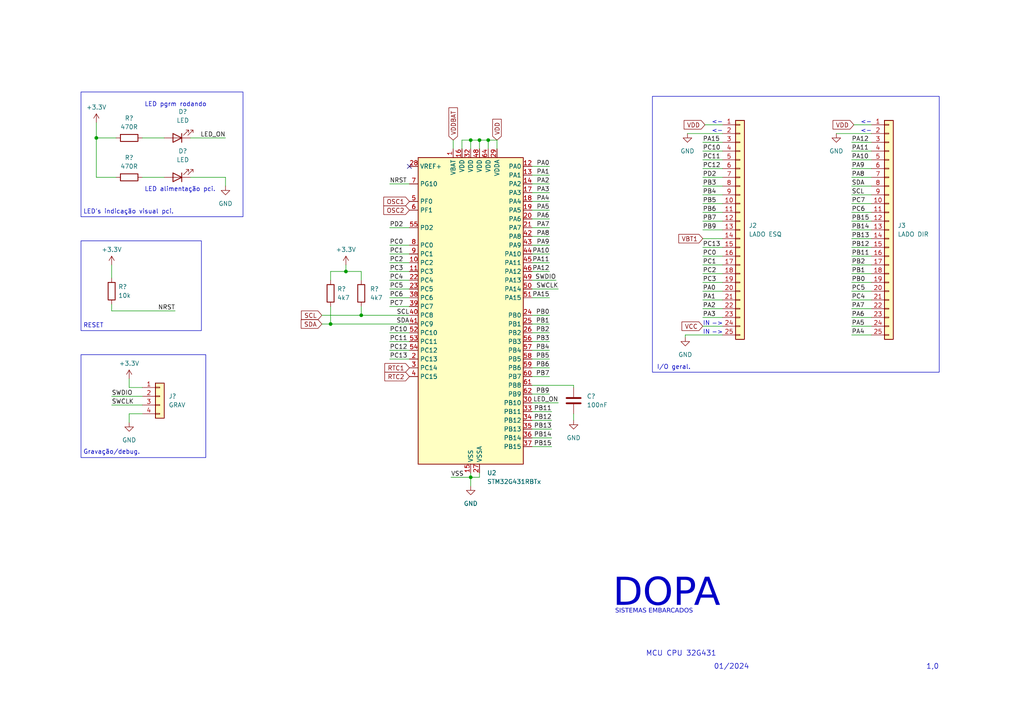
<source format=kicad_sch>
(kicad_sch (version 20230121) (generator eeschema)

  (uuid f065f419-6af7-4a9f-bb91-3533d0d752b8)

  (paper "A4")

  (lib_symbols
    (symbol "Connector_Generic:Conn_01x04" (pin_names (offset 1.016) hide) (in_bom yes) (on_board yes)
      (property "Reference" "J" (at 0 5.08 0)
        (effects (font (size 1.27 1.27)))
      )
      (property "Value" "Conn_01x04" (at 0 -7.62 0)
        (effects (font (size 1.27 1.27)))
      )
      (property "Footprint" "" (at 0 0 0)
        (effects (font (size 1.27 1.27)) hide)
      )
      (property "Datasheet" "~" (at 0 0 0)
        (effects (font (size 1.27 1.27)) hide)
      )
      (property "ki_keywords" "connector" (at 0 0 0)
        (effects (font (size 1.27 1.27)) hide)
      )
      (property "ki_description" "Generic connector, single row, 01x04, script generated (kicad-library-utils/schlib/autogen/connector/)" (at 0 0 0)
        (effects (font (size 1.27 1.27)) hide)
      )
      (property "ki_fp_filters" "Connector*:*_1x??_*" (at 0 0 0)
        (effects (font (size 1.27 1.27)) hide)
      )
      (symbol "Conn_01x04_1_1"
        (rectangle (start -1.27 -4.953) (end 0 -5.207)
          (stroke (width 0.1524) (type default))
          (fill (type none))
        )
        (rectangle (start -1.27 -2.413) (end 0 -2.667)
          (stroke (width 0.1524) (type default))
          (fill (type none))
        )
        (rectangle (start -1.27 0.127) (end 0 -0.127)
          (stroke (width 0.1524) (type default))
          (fill (type none))
        )
        (rectangle (start -1.27 2.667) (end 0 2.413)
          (stroke (width 0.1524) (type default))
          (fill (type none))
        )
        (rectangle (start -1.27 3.81) (end 1.27 -6.35)
          (stroke (width 0.254) (type default))
          (fill (type background))
        )
        (pin passive line (at -5.08 2.54 0) (length 3.81)
          (name "Pin_1" (effects (font (size 1.27 1.27))))
          (number "1" (effects (font (size 1.27 1.27))))
        )
        (pin passive line (at -5.08 0 0) (length 3.81)
          (name "Pin_2" (effects (font (size 1.27 1.27))))
          (number "2" (effects (font (size 1.27 1.27))))
        )
        (pin passive line (at -5.08 -2.54 0) (length 3.81)
          (name "Pin_3" (effects (font (size 1.27 1.27))))
          (number "3" (effects (font (size 1.27 1.27))))
        )
        (pin passive line (at -5.08 -5.08 0) (length 3.81)
          (name "Pin_4" (effects (font (size 1.27 1.27))))
          (number "4" (effects (font (size 1.27 1.27))))
        )
      )
    )
    (symbol "Connector_Generic:Conn_01x25" (pin_names (offset 1.016) hide) (in_bom yes) (on_board yes)
      (property "Reference" "J" (at 0 33.02 0)
        (effects (font (size 1.27 1.27)))
      )
      (property "Value" "Conn_01x25" (at 0 -33.02 0)
        (effects (font (size 1.27 1.27)))
      )
      (property "Footprint" "" (at 0 0 0)
        (effects (font (size 1.27 1.27)) hide)
      )
      (property "Datasheet" "~" (at 0 0 0)
        (effects (font (size 1.27 1.27)) hide)
      )
      (property "ki_keywords" "connector" (at 0 0 0)
        (effects (font (size 1.27 1.27)) hide)
      )
      (property "ki_description" "Generic connector, single row, 01x25, script generated (kicad-library-utils/schlib/autogen/connector/)" (at 0 0 0)
        (effects (font (size 1.27 1.27)) hide)
      )
      (property "ki_fp_filters" "Connector*:*_1x??_*" (at 0 0 0)
        (effects (font (size 1.27 1.27)) hide)
      )
      (symbol "Conn_01x25_1_1"
        (rectangle (start -1.27 -30.353) (end 0 -30.607)
          (stroke (width 0.1524) (type default))
          (fill (type none))
        )
        (rectangle (start -1.27 -27.813) (end 0 -28.067)
          (stroke (width 0.1524) (type default))
          (fill (type none))
        )
        (rectangle (start -1.27 -25.273) (end 0 -25.527)
          (stroke (width 0.1524) (type default))
          (fill (type none))
        )
        (rectangle (start -1.27 -22.733) (end 0 -22.987)
          (stroke (width 0.1524) (type default))
          (fill (type none))
        )
        (rectangle (start -1.27 -20.193) (end 0 -20.447)
          (stroke (width 0.1524) (type default))
          (fill (type none))
        )
        (rectangle (start -1.27 -17.653) (end 0 -17.907)
          (stroke (width 0.1524) (type default))
          (fill (type none))
        )
        (rectangle (start -1.27 -15.113) (end 0 -15.367)
          (stroke (width 0.1524) (type default))
          (fill (type none))
        )
        (rectangle (start -1.27 -12.573) (end 0 -12.827)
          (stroke (width 0.1524) (type default))
          (fill (type none))
        )
        (rectangle (start -1.27 -10.033) (end 0 -10.287)
          (stroke (width 0.1524) (type default))
          (fill (type none))
        )
        (rectangle (start -1.27 -7.493) (end 0 -7.747)
          (stroke (width 0.1524) (type default))
          (fill (type none))
        )
        (rectangle (start -1.27 -4.953) (end 0 -5.207)
          (stroke (width 0.1524) (type default))
          (fill (type none))
        )
        (rectangle (start -1.27 -2.413) (end 0 -2.667)
          (stroke (width 0.1524) (type default))
          (fill (type none))
        )
        (rectangle (start -1.27 0.127) (end 0 -0.127)
          (stroke (width 0.1524) (type default))
          (fill (type none))
        )
        (rectangle (start -1.27 2.667) (end 0 2.413)
          (stroke (width 0.1524) (type default))
          (fill (type none))
        )
        (rectangle (start -1.27 5.207) (end 0 4.953)
          (stroke (width 0.1524) (type default))
          (fill (type none))
        )
        (rectangle (start -1.27 7.747) (end 0 7.493)
          (stroke (width 0.1524) (type default))
          (fill (type none))
        )
        (rectangle (start -1.27 10.287) (end 0 10.033)
          (stroke (width 0.1524) (type default))
          (fill (type none))
        )
        (rectangle (start -1.27 12.827) (end 0 12.573)
          (stroke (width 0.1524) (type default))
          (fill (type none))
        )
        (rectangle (start -1.27 15.367) (end 0 15.113)
          (stroke (width 0.1524) (type default))
          (fill (type none))
        )
        (rectangle (start -1.27 17.907) (end 0 17.653)
          (stroke (width 0.1524) (type default))
          (fill (type none))
        )
        (rectangle (start -1.27 20.447) (end 0 20.193)
          (stroke (width 0.1524) (type default))
          (fill (type none))
        )
        (rectangle (start -1.27 22.987) (end 0 22.733)
          (stroke (width 0.1524) (type default))
          (fill (type none))
        )
        (rectangle (start -1.27 25.527) (end 0 25.273)
          (stroke (width 0.1524) (type default))
          (fill (type none))
        )
        (rectangle (start -1.27 28.067) (end 0 27.813)
          (stroke (width 0.1524) (type default))
          (fill (type none))
        )
        (rectangle (start -1.27 30.607) (end 0 30.353)
          (stroke (width 0.1524) (type default))
          (fill (type none))
        )
        (rectangle (start -1.27 31.75) (end 1.27 -31.75)
          (stroke (width 0.254) (type default))
          (fill (type background))
        )
        (pin passive line (at -5.08 30.48 0) (length 3.81)
          (name "Pin_1" (effects (font (size 1.27 1.27))))
          (number "1" (effects (font (size 1.27 1.27))))
        )
        (pin passive line (at -5.08 7.62 0) (length 3.81)
          (name "Pin_10" (effects (font (size 1.27 1.27))))
          (number "10" (effects (font (size 1.27 1.27))))
        )
        (pin passive line (at -5.08 5.08 0) (length 3.81)
          (name "Pin_11" (effects (font (size 1.27 1.27))))
          (number "11" (effects (font (size 1.27 1.27))))
        )
        (pin passive line (at -5.08 2.54 0) (length 3.81)
          (name "Pin_12" (effects (font (size 1.27 1.27))))
          (number "12" (effects (font (size 1.27 1.27))))
        )
        (pin passive line (at -5.08 0 0) (length 3.81)
          (name "Pin_13" (effects (font (size 1.27 1.27))))
          (number "13" (effects (font (size 1.27 1.27))))
        )
        (pin passive line (at -5.08 -2.54 0) (length 3.81)
          (name "Pin_14" (effects (font (size 1.27 1.27))))
          (number "14" (effects (font (size 1.27 1.27))))
        )
        (pin passive line (at -5.08 -5.08 0) (length 3.81)
          (name "Pin_15" (effects (font (size 1.27 1.27))))
          (number "15" (effects (font (size 1.27 1.27))))
        )
        (pin passive line (at -5.08 -7.62 0) (length 3.81)
          (name "Pin_16" (effects (font (size 1.27 1.27))))
          (number "16" (effects (font (size 1.27 1.27))))
        )
        (pin passive line (at -5.08 -10.16 0) (length 3.81)
          (name "Pin_17" (effects (font (size 1.27 1.27))))
          (number "17" (effects (font (size 1.27 1.27))))
        )
        (pin passive line (at -5.08 -12.7 0) (length 3.81)
          (name "Pin_18" (effects (font (size 1.27 1.27))))
          (number "18" (effects (font (size 1.27 1.27))))
        )
        (pin passive line (at -5.08 -15.24 0) (length 3.81)
          (name "Pin_19" (effects (font (size 1.27 1.27))))
          (number "19" (effects (font (size 1.27 1.27))))
        )
        (pin passive line (at -5.08 27.94 0) (length 3.81)
          (name "Pin_2" (effects (font (size 1.27 1.27))))
          (number "2" (effects (font (size 1.27 1.27))))
        )
        (pin passive line (at -5.08 -17.78 0) (length 3.81)
          (name "Pin_20" (effects (font (size 1.27 1.27))))
          (number "20" (effects (font (size 1.27 1.27))))
        )
        (pin passive line (at -5.08 -20.32 0) (length 3.81)
          (name "Pin_21" (effects (font (size 1.27 1.27))))
          (number "21" (effects (font (size 1.27 1.27))))
        )
        (pin passive line (at -5.08 -22.86 0) (length 3.81)
          (name "Pin_22" (effects (font (size 1.27 1.27))))
          (number "22" (effects (font (size 1.27 1.27))))
        )
        (pin passive line (at -5.08 -25.4 0) (length 3.81)
          (name "Pin_23" (effects (font (size 1.27 1.27))))
          (number "23" (effects (font (size 1.27 1.27))))
        )
        (pin passive line (at -5.08 -27.94 0) (length 3.81)
          (name "Pin_24" (effects (font (size 1.27 1.27))))
          (number "24" (effects (font (size 1.27 1.27))))
        )
        (pin passive line (at -5.08 -30.48 0) (length 3.81)
          (name "Pin_25" (effects (font (size 1.27 1.27))))
          (number "25" (effects (font (size 1.27 1.27))))
        )
        (pin passive line (at -5.08 25.4 0) (length 3.81)
          (name "Pin_3" (effects (font (size 1.27 1.27))))
          (number "3" (effects (font (size 1.27 1.27))))
        )
        (pin passive line (at -5.08 22.86 0) (length 3.81)
          (name "Pin_4" (effects (font (size 1.27 1.27))))
          (number "4" (effects (font (size 1.27 1.27))))
        )
        (pin passive line (at -5.08 20.32 0) (length 3.81)
          (name "Pin_5" (effects (font (size 1.27 1.27))))
          (number "5" (effects (font (size 1.27 1.27))))
        )
        (pin passive line (at -5.08 17.78 0) (length 3.81)
          (name "Pin_6" (effects (font (size 1.27 1.27))))
          (number "6" (effects (font (size 1.27 1.27))))
        )
        (pin passive line (at -5.08 15.24 0) (length 3.81)
          (name "Pin_7" (effects (font (size 1.27 1.27))))
          (number "7" (effects (font (size 1.27 1.27))))
        )
        (pin passive line (at -5.08 12.7 0) (length 3.81)
          (name "Pin_8" (effects (font (size 1.27 1.27))))
          (number "8" (effects (font (size 1.27 1.27))))
        )
        (pin passive line (at -5.08 10.16 0) (length 3.81)
          (name "Pin_9" (effects (font (size 1.27 1.27))))
          (number "9" (effects (font (size 1.27 1.27))))
        )
      )
    )
    (symbol "Device:LED" (pin_numbers hide) (pin_names (offset 1.016) hide) (in_bom yes) (on_board yes)
      (property "Reference" "D" (at 0 2.54 0)
        (effects (font (size 1.27 1.27)))
      )
      (property "Value" "LED" (at 0 -2.54 0)
        (effects (font (size 1.27 1.27)))
      )
      (property "Footprint" "" (at 0 0 0)
        (effects (font (size 1.27 1.27)) hide)
      )
      (property "Datasheet" "~" (at 0 0 0)
        (effects (font (size 1.27 1.27)) hide)
      )
      (property "ki_keywords" "LED diode" (at 0 0 0)
        (effects (font (size 1.27 1.27)) hide)
      )
      (property "ki_description" "Light emitting diode" (at 0 0 0)
        (effects (font (size 1.27 1.27)) hide)
      )
      (property "ki_fp_filters" "LED* LED_SMD:* LED_THT:*" (at 0 0 0)
        (effects (font (size 1.27 1.27)) hide)
      )
      (symbol "LED_0_1"
        (polyline
          (pts
            (xy -1.27 -1.27)
            (xy -1.27 1.27)
          )
          (stroke (width 0.254) (type default))
          (fill (type none))
        )
        (polyline
          (pts
            (xy -1.27 0)
            (xy 1.27 0)
          )
          (stroke (width 0) (type default))
          (fill (type none))
        )
        (polyline
          (pts
            (xy 1.27 -1.27)
            (xy 1.27 1.27)
            (xy -1.27 0)
            (xy 1.27 -1.27)
          )
          (stroke (width 0.254) (type default))
          (fill (type none))
        )
        (polyline
          (pts
            (xy -3.048 -0.762)
            (xy -4.572 -2.286)
            (xy -3.81 -2.286)
            (xy -4.572 -2.286)
            (xy -4.572 -1.524)
          )
          (stroke (width 0) (type default))
          (fill (type none))
        )
        (polyline
          (pts
            (xy -1.778 -0.762)
            (xy -3.302 -2.286)
            (xy -2.54 -2.286)
            (xy -3.302 -2.286)
            (xy -3.302 -1.524)
          )
          (stroke (width 0) (type default))
          (fill (type none))
        )
      )
      (symbol "LED_1_1"
        (pin passive line (at -3.81 0 0) (length 2.54)
          (name "K" (effects (font (size 1.27 1.27))))
          (number "1" (effects (font (size 1.27 1.27))))
        )
        (pin passive line (at 3.81 0 180) (length 2.54)
          (name "A" (effects (font (size 1.27 1.27))))
          (number "2" (effects (font (size 1.27 1.27))))
        )
      )
    )
    (symbol "MCU_ST_STM32G4:STM32G431RBTx" (in_bom yes) (on_board yes)
      (property "Reference" "U" (at -15.24 46.99 0)
        (effects (font (size 1.27 1.27)) (justify left))
      )
      (property "Value" "STM32G431RBTx" (at 10.16 46.99 0)
        (effects (font (size 1.27 1.27)) (justify left))
      )
      (property "Footprint" "Package_QFP:LQFP-64_10x10mm_P0.5mm" (at -15.24 -43.18 0)
        (effects (font (size 1.27 1.27)) (justify right) hide)
      )
      (property "Datasheet" "https://www.st.com/resource/en/datasheet/stm32g431rb.pdf" (at 0 0 0)
        (effects (font (size 1.27 1.27)) hide)
      )
      (property "ki_locked" "" (at 0 0 0)
        (effects (font (size 1.27 1.27)))
      )
      (property "ki_keywords" "Arm Cortex-M4 STM32G4 STM32G4x1" (at 0 0 0)
        (effects (font (size 1.27 1.27)) hide)
      )
      (property "ki_description" "STMicroelectronics Arm Cortex-M4 MCU, 128KB flash, 32KB RAM, 170 MHz, 1.71-3.6V, 52 GPIO, LQFP64" (at 0 0 0)
        (effects (font (size 1.27 1.27)) hide)
      )
      (property "ki_fp_filters" "LQFP*10x10mm*P0.5mm*" (at 0 0 0)
        (effects (font (size 1.27 1.27)) hide)
      )
      (symbol "STM32G431RBTx_0_1"
        (rectangle (start -15.24 -43.18) (end 15.24 45.72)
          (stroke (width 0.254) (type default))
          (fill (type background))
        )
      )
      (symbol "STM32G431RBTx_1_1"
        (pin power_in line (at -5.08 48.26 270) (length 2.54)
          (name "VBAT" (effects (font (size 1.27 1.27))))
          (number "1" (effects (font (size 1.27 1.27))))
        )
        (pin bidirectional line (at -17.78 15.24 0) (length 2.54)
          (name "PC2" (effects (font (size 1.27 1.27))))
          (number "10" (effects (font (size 1.27 1.27))))
          (alternate "ADC1_IN8" bidirectional line)
          (alternate "ADC2_IN8" bidirectional line)
          (alternate "COMP3_OUT" bidirectional line)
          (alternate "LPTIM1_IN2" bidirectional line)
          (alternate "TIM1_CH3" bidirectional line)
        )
        (pin bidirectional line (at -17.78 12.7 0) (length 2.54)
          (name "PC3" (effects (font (size 1.27 1.27))))
          (number "11" (effects (font (size 1.27 1.27))))
          (alternate "ADC1_IN9" bidirectional line)
          (alternate "ADC2_IN9" bidirectional line)
          (alternate "LPTIM1_ETR" bidirectional line)
          (alternate "SAI1_D1" bidirectional line)
          (alternate "SAI1_SD_A" bidirectional line)
          (alternate "TIM1_BKIN2" bidirectional line)
          (alternate "TIM1_CH4" bidirectional line)
        )
        (pin bidirectional line (at 17.78 43.18 180) (length 2.54)
          (name "PA0" (effects (font (size 1.27 1.27))))
          (number "12" (effects (font (size 1.27 1.27))))
          (alternate "ADC1_IN1" bidirectional line)
          (alternate "ADC2_IN1" bidirectional line)
          (alternate "COMP1_INM" bidirectional line)
          (alternate "COMP1_OUT" bidirectional line)
          (alternate "COMP3_INP" bidirectional line)
          (alternate "RTC_TAMP2" bidirectional line)
          (alternate "SYS_WKUP1" bidirectional line)
          (alternate "TIM2_CH1" bidirectional line)
          (alternate "TIM2_ETR" bidirectional line)
          (alternate "TIM8_BKIN" bidirectional line)
          (alternate "TIM8_ETR" bidirectional line)
          (alternate "USART2_CTS" bidirectional line)
          (alternate "USART2_NSS" bidirectional line)
        )
        (pin bidirectional line (at 17.78 40.64 180) (length 2.54)
          (name "PA1" (effects (font (size 1.27 1.27))))
          (number "13" (effects (font (size 1.27 1.27))))
          (alternate "ADC1_IN2" bidirectional line)
          (alternate "ADC2_IN2" bidirectional line)
          (alternate "COMP1_INP" bidirectional line)
          (alternate "OPAMP1_VINP" bidirectional line)
          (alternate "OPAMP1_VINP_SEC" bidirectional line)
          (alternate "OPAMP3_VINP" bidirectional line)
          (alternate "OPAMP3_VINP_SEC" bidirectional line)
          (alternate "RTC_REFIN" bidirectional line)
          (alternate "TIM15_CH1N" bidirectional line)
          (alternate "TIM2_CH2" bidirectional line)
          (alternate "USART2_DE" bidirectional line)
          (alternate "USART2_RTS" bidirectional line)
        )
        (pin bidirectional line (at 17.78 38.1 180) (length 2.54)
          (name "PA2" (effects (font (size 1.27 1.27))))
          (number "14" (effects (font (size 1.27 1.27))))
          (alternate "ADC1_IN3" bidirectional line)
          (alternate "COMP2_INM" bidirectional line)
          (alternate "COMP2_OUT" bidirectional line)
          (alternate "LPUART1_TX" bidirectional line)
          (alternate "OPAMP1_VOUT" bidirectional line)
          (alternate "RCC_LSCO" bidirectional line)
          (alternate "SYS_WKUP4" bidirectional line)
          (alternate "TIM15_CH1" bidirectional line)
          (alternate "TIM2_CH3" bidirectional line)
          (alternate "UCPD1_FRSTX1" bidirectional line)
          (alternate "UCPD1_FRSTX2" bidirectional line)
          (alternate "USART2_TX" bidirectional line)
        )
        (pin power_in line (at 0 -45.72 90) (length 2.54)
          (name "VSS" (effects (font (size 1.27 1.27))))
          (number "15" (effects (font (size 1.27 1.27))))
        )
        (pin power_in line (at -2.54 48.26 270) (length 2.54)
          (name "VDD" (effects (font (size 1.27 1.27))))
          (number "16" (effects (font (size 1.27 1.27))))
        )
        (pin bidirectional line (at 17.78 35.56 180) (length 2.54)
          (name "PA3" (effects (font (size 1.27 1.27))))
          (number "17" (effects (font (size 1.27 1.27))))
          (alternate "ADC1_IN4" bidirectional line)
          (alternate "COMP2_INP" bidirectional line)
          (alternate "LPUART1_RX" bidirectional line)
          (alternate "OPAMP1_VINM" bidirectional line)
          (alternate "OPAMP1_VINM0" bidirectional line)
          (alternate "OPAMP1_VINM_SEC" bidirectional line)
          (alternate "OPAMP1_VINP" bidirectional line)
          (alternate "OPAMP1_VINP_SEC" bidirectional line)
          (alternate "SAI1_CK1" bidirectional line)
          (alternate "SAI1_MCLK_A" bidirectional line)
          (alternate "TIM15_CH2" bidirectional line)
          (alternate "TIM2_CH4" bidirectional line)
          (alternate "USART2_RX" bidirectional line)
        )
        (pin bidirectional line (at 17.78 33.02 180) (length 2.54)
          (name "PA4" (effects (font (size 1.27 1.27))))
          (number "18" (effects (font (size 1.27 1.27))))
          (alternate "ADC2_IN17" bidirectional line)
          (alternate "COMP1_INM" bidirectional line)
          (alternate "DAC1_OUT1" bidirectional line)
          (alternate "I2S3_WS" bidirectional line)
          (alternate "SAI1_FS_B" bidirectional line)
          (alternate "SPI1_NSS" bidirectional line)
          (alternate "SPI3_NSS" bidirectional line)
          (alternate "TIM3_CH2" bidirectional line)
          (alternate "USART2_CK" bidirectional line)
        )
        (pin bidirectional line (at 17.78 30.48 180) (length 2.54)
          (name "PA5" (effects (font (size 1.27 1.27))))
          (number "19" (effects (font (size 1.27 1.27))))
          (alternate "ADC2_IN13" bidirectional line)
          (alternate "COMP2_INM" bidirectional line)
          (alternate "DAC1_OUT2" bidirectional line)
          (alternate "OPAMP2_VINM" bidirectional line)
          (alternate "OPAMP2_VINM0" bidirectional line)
          (alternate "OPAMP2_VINM_SEC" bidirectional line)
          (alternate "SPI1_SCK" bidirectional line)
          (alternate "TIM2_CH1" bidirectional line)
          (alternate "TIM2_ETR" bidirectional line)
          (alternate "UCPD1_FRSTX1" bidirectional line)
          (alternate "UCPD1_FRSTX2" bidirectional line)
        )
        (pin bidirectional line (at -17.78 -12.7 0) (length 2.54)
          (name "PC13" (effects (font (size 1.27 1.27))))
          (number "2" (effects (font (size 1.27 1.27))))
          (alternate "RTC_OUT1" bidirectional line)
          (alternate "RTC_TAMP1" bidirectional line)
          (alternate "RTC_TS" bidirectional line)
          (alternate "SYS_WKUP2" bidirectional line)
          (alternate "TIM1_BKIN" bidirectional line)
          (alternate "TIM1_CH1N" bidirectional line)
          (alternate "TIM8_CH4N" bidirectional line)
        )
        (pin bidirectional line (at 17.78 27.94 180) (length 2.54)
          (name "PA6" (effects (font (size 1.27 1.27))))
          (number "20" (effects (font (size 1.27 1.27))))
          (alternate "ADC2_IN3" bidirectional line)
          (alternate "COMP1_OUT" bidirectional line)
          (alternate "LPUART1_CTS" bidirectional line)
          (alternate "OPAMP2_VOUT" bidirectional line)
          (alternate "SPI1_MISO" bidirectional line)
          (alternate "TIM16_CH1" bidirectional line)
          (alternate "TIM1_BKIN" bidirectional line)
          (alternate "TIM3_CH1" bidirectional line)
          (alternate "TIM8_BKIN" bidirectional line)
        )
        (pin bidirectional line (at 17.78 25.4 180) (length 2.54)
          (name "PA7" (effects (font (size 1.27 1.27))))
          (number "21" (effects (font (size 1.27 1.27))))
          (alternate "ADC2_IN4" bidirectional line)
          (alternate "COMP2_INP" bidirectional line)
          (alternate "COMP2_OUT" bidirectional line)
          (alternate "OPAMP1_VINP" bidirectional line)
          (alternate "OPAMP1_VINP_SEC" bidirectional line)
          (alternate "OPAMP2_VINP" bidirectional line)
          (alternate "OPAMP2_VINP_SEC" bidirectional line)
          (alternate "SPI1_MOSI" bidirectional line)
          (alternate "TIM17_CH1" bidirectional line)
          (alternate "TIM1_CH1N" bidirectional line)
          (alternate "TIM3_CH2" bidirectional line)
          (alternate "TIM8_CH1N" bidirectional line)
          (alternate "UCPD1_FRSTX1" bidirectional line)
          (alternate "UCPD1_FRSTX2" bidirectional line)
        )
        (pin bidirectional line (at -17.78 10.16 0) (length 2.54)
          (name "PC4" (effects (font (size 1.27 1.27))))
          (number "22" (effects (font (size 1.27 1.27))))
          (alternate "ADC2_IN5" bidirectional line)
          (alternate "I2C2_SCL" bidirectional line)
          (alternate "TIM1_ETR" bidirectional line)
          (alternate "USART1_TX" bidirectional line)
        )
        (pin bidirectional line (at -17.78 7.62 0) (length 2.54)
          (name "PC5" (effects (font (size 1.27 1.27))))
          (number "23" (effects (font (size 1.27 1.27))))
          (alternate "ADC2_IN11" bidirectional line)
          (alternate "OPAMP1_VINM" bidirectional line)
          (alternate "OPAMP1_VINM1" bidirectional line)
          (alternate "OPAMP1_VINM_SEC" bidirectional line)
          (alternate "OPAMP2_VINM" bidirectional line)
          (alternate "OPAMP2_VINM1" bidirectional line)
          (alternate "OPAMP2_VINM_SEC" bidirectional line)
          (alternate "SAI1_D3" bidirectional line)
          (alternate "SYS_WKUP5" bidirectional line)
          (alternate "TIM15_BKIN" bidirectional line)
          (alternate "TIM1_CH4N" bidirectional line)
          (alternate "USART1_RX" bidirectional line)
        )
        (pin bidirectional line (at 17.78 0 180) (length 2.54)
          (name "PB0" (effects (font (size 1.27 1.27))))
          (number "24" (effects (font (size 1.27 1.27))))
          (alternate "ADC1_IN15" bidirectional line)
          (alternate "COMP4_INP" bidirectional line)
          (alternate "OPAMP2_VINP" bidirectional line)
          (alternate "OPAMP2_VINP_SEC" bidirectional line)
          (alternate "OPAMP3_VINP" bidirectional line)
          (alternate "OPAMP3_VINP_SEC" bidirectional line)
          (alternate "TIM1_CH2N" bidirectional line)
          (alternate "TIM3_CH3" bidirectional line)
          (alternate "TIM8_CH2N" bidirectional line)
          (alternate "UCPD1_FRSTX1" bidirectional line)
          (alternate "UCPD1_FRSTX2" bidirectional line)
        )
        (pin bidirectional line (at 17.78 -2.54 180) (length 2.54)
          (name "PB1" (effects (font (size 1.27 1.27))))
          (number "25" (effects (font (size 1.27 1.27))))
          (alternate "ADC1_IN12" bidirectional line)
          (alternate "COMP1_INP" bidirectional line)
          (alternate "COMP4_OUT" bidirectional line)
          (alternate "LPUART1_DE" bidirectional line)
          (alternate "LPUART1_RTS" bidirectional line)
          (alternate "OPAMP3_VOUT" bidirectional line)
          (alternate "TIM1_CH3N" bidirectional line)
          (alternate "TIM3_CH4" bidirectional line)
          (alternate "TIM8_CH3N" bidirectional line)
        )
        (pin bidirectional line (at 17.78 -5.08 180) (length 2.54)
          (name "PB2" (effects (font (size 1.27 1.27))))
          (number "26" (effects (font (size 1.27 1.27))))
          (alternate "ADC2_IN12" bidirectional line)
          (alternate "COMP4_INM" bidirectional line)
          (alternate "I2C3_SMBA" bidirectional line)
          (alternate "LPTIM1_OUT" bidirectional line)
          (alternate "OPAMP3_VINM" bidirectional line)
          (alternate "OPAMP3_VINM0" bidirectional line)
          (alternate "OPAMP3_VINM_SEC" bidirectional line)
          (alternate "RTC_OUT2" bidirectional line)
        )
        (pin power_in line (at 2.54 -45.72 90) (length 2.54)
          (name "VSSA" (effects (font (size 1.27 1.27))))
          (number "27" (effects (font (size 1.27 1.27))))
        )
        (pin input line (at -17.78 43.18 0) (length 2.54)
          (name "VREF+" (effects (font (size 1.27 1.27))))
          (number "28" (effects (font (size 1.27 1.27))))
          (alternate "VREFBUF_OUT" bidirectional line)
        )
        (pin power_in line (at 7.62 48.26 270) (length 2.54)
          (name "VDDA" (effects (font (size 1.27 1.27))))
          (number "29" (effects (font (size 1.27 1.27))))
        )
        (pin bidirectional line (at -17.78 -15.24 0) (length 2.54)
          (name "PC14" (effects (font (size 1.27 1.27))))
          (number "3" (effects (font (size 1.27 1.27))))
          (alternate "RCC_OSC32_IN" bidirectional line)
        )
        (pin bidirectional line (at 17.78 -25.4 180) (length 2.54)
          (name "PB10" (effects (font (size 1.27 1.27))))
          (number "30" (effects (font (size 1.27 1.27))))
          (alternate "DAC1_EXTI10" bidirectional line)
          (alternate "DAC3_EXTI10" bidirectional line)
          (alternate "LPUART1_RX" bidirectional line)
          (alternate "OPAMP3_VINM" bidirectional line)
          (alternate "OPAMP3_VINM1" bidirectional line)
          (alternate "OPAMP3_VINM_SEC" bidirectional line)
          (alternate "SAI1_SCK_A" bidirectional line)
          (alternate "TIM1_BKIN" bidirectional line)
          (alternate "TIM2_CH3" bidirectional line)
          (alternate "USART3_TX" bidirectional line)
        )
        (pin passive line (at 0 -45.72 90) (length 2.54) hide
          (name "VSS" (effects (font (size 1.27 1.27))))
          (number "31" (effects (font (size 1.27 1.27))))
        )
        (pin power_in line (at 0 48.26 270) (length 2.54)
          (name "VDD" (effects (font (size 1.27 1.27))))
          (number "32" (effects (font (size 1.27 1.27))))
        )
        (pin bidirectional line (at 17.78 -27.94 180) (length 2.54)
          (name "PB11" (effects (font (size 1.27 1.27))))
          (number "33" (effects (font (size 1.27 1.27))))
          (alternate "ADC1_EXTI11" bidirectional line)
          (alternate "ADC1_IN14" bidirectional line)
          (alternate "ADC2_EXTI11" bidirectional line)
          (alternate "ADC2_IN14" bidirectional line)
          (alternate "LPUART1_TX" bidirectional line)
          (alternate "TIM2_CH4" bidirectional line)
          (alternate "USART3_RX" bidirectional line)
        )
        (pin bidirectional line (at 17.78 -30.48 180) (length 2.54)
          (name "PB12" (effects (font (size 1.27 1.27))))
          (number "34" (effects (font (size 1.27 1.27))))
          (alternate "ADC1_IN11" bidirectional line)
          (alternate "I2C2_SMBA" bidirectional line)
          (alternate "I2S2_WS" bidirectional line)
          (alternate "LPUART1_DE" bidirectional line)
          (alternate "LPUART1_RTS" bidirectional line)
          (alternate "SPI2_NSS" bidirectional line)
          (alternate "TIM1_BKIN" bidirectional line)
          (alternate "USART3_CK" bidirectional line)
        )
        (pin bidirectional line (at 17.78 -33.02 180) (length 2.54)
          (name "PB13" (effects (font (size 1.27 1.27))))
          (number "35" (effects (font (size 1.27 1.27))))
          (alternate "I2S2_CK" bidirectional line)
          (alternate "LPUART1_CTS" bidirectional line)
          (alternate "OPAMP3_VINP" bidirectional line)
          (alternate "OPAMP3_VINP_SEC" bidirectional line)
          (alternate "SPI2_SCK" bidirectional line)
          (alternate "TIM1_CH1N" bidirectional line)
          (alternate "USART3_CTS" bidirectional line)
          (alternate "USART3_NSS" bidirectional line)
        )
        (pin bidirectional line (at 17.78 -35.56 180) (length 2.54)
          (name "PB14" (effects (font (size 1.27 1.27))))
          (number "36" (effects (font (size 1.27 1.27))))
          (alternate "ADC1_IN5" bidirectional line)
          (alternate "COMP4_OUT" bidirectional line)
          (alternate "OPAMP2_VINP" bidirectional line)
          (alternate "OPAMP2_VINP_SEC" bidirectional line)
          (alternate "SPI2_MISO" bidirectional line)
          (alternate "TIM15_CH1" bidirectional line)
          (alternate "TIM1_CH2N" bidirectional line)
          (alternate "USART3_DE" bidirectional line)
          (alternate "USART3_RTS" bidirectional line)
        )
        (pin bidirectional line (at 17.78 -38.1 180) (length 2.54)
          (name "PB15" (effects (font (size 1.27 1.27))))
          (number "37" (effects (font (size 1.27 1.27))))
          (alternate "ADC1_EXTI15" bidirectional line)
          (alternate "ADC2_EXTI15" bidirectional line)
          (alternate "ADC2_IN15" bidirectional line)
          (alternate "COMP3_OUT" bidirectional line)
          (alternate "I2S2_SD" bidirectional line)
          (alternate "RTC_REFIN" bidirectional line)
          (alternate "SPI2_MOSI" bidirectional line)
          (alternate "TIM15_CH1N" bidirectional line)
          (alternate "TIM15_CH2" bidirectional line)
          (alternate "TIM1_CH3N" bidirectional line)
        )
        (pin bidirectional line (at -17.78 5.08 0) (length 2.54)
          (name "PC6" (effects (font (size 1.27 1.27))))
          (number "38" (effects (font (size 1.27 1.27))))
          (alternate "I2S2_MCK" bidirectional line)
          (alternate "TIM3_CH1" bidirectional line)
          (alternate "TIM8_CH1" bidirectional line)
        )
        (pin bidirectional line (at -17.78 2.54 0) (length 2.54)
          (name "PC7" (effects (font (size 1.27 1.27))))
          (number "39" (effects (font (size 1.27 1.27))))
          (alternate "I2S3_MCK" bidirectional line)
          (alternate "TIM3_CH2" bidirectional line)
          (alternate "TIM8_CH2" bidirectional line)
        )
        (pin bidirectional line (at -17.78 -17.78 0) (length 2.54)
          (name "PC15" (effects (font (size 1.27 1.27))))
          (number "4" (effects (font (size 1.27 1.27))))
          (alternate "ADC1_EXTI15" bidirectional line)
          (alternate "ADC2_EXTI15" bidirectional line)
          (alternate "RCC_OSC32_OUT" bidirectional line)
        )
        (pin bidirectional line (at -17.78 0 0) (length 2.54)
          (name "PC8" (effects (font (size 1.27 1.27))))
          (number "40" (effects (font (size 1.27 1.27))))
          (alternate "I2C3_SCL" bidirectional line)
          (alternate "TIM3_CH3" bidirectional line)
          (alternate "TIM8_CH3" bidirectional line)
        )
        (pin bidirectional line (at -17.78 -2.54 0) (length 2.54)
          (name "PC9" (effects (font (size 1.27 1.27))))
          (number "41" (effects (font (size 1.27 1.27))))
          (alternate "DAC1_EXTI9" bidirectional line)
          (alternate "DAC3_EXTI9" bidirectional line)
          (alternate "I2C3_SDA" bidirectional line)
          (alternate "I2S_CKIN" bidirectional line)
          (alternate "TIM3_CH4" bidirectional line)
          (alternate "TIM8_BKIN2" bidirectional line)
          (alternate "TIM8_CH4" bidirectional line)
        )
        (pin bidirectional line (at 17.78 22.86 180) (length 2.54)
          (name "PA8" (effects (font (size 1.27 1.27))))
          (number "42" (effects (font (size 1.27 1.27))))
          (alternate "I2C2_SDA" bidirectional line)
          (alternate "I2C3_SCL" bidirectional line)
          (alternate "I2S2_MCK" bidirectional line)
          (alternate "RCC_MCO" bidirectional line)
          (alternate "SAI1_CK2" bidirectional line)
          (alternate "SAI1_SCK_A" bidirectional line)
          (alternate "TIM1_CH1" bidirectional line)
          (alternate "TIM4_ETR" bidirectional line)
          (alternate "USART1_CK" bidirectional line)
        )
        (pin bidirectional line (at 17.78 20.32 180) (length 2.54)
          (name "PA9" (effects (font (size 1.27 1.27))))
          (number "43" (effects (font (size 1.27 1.27))))
          (alternate "DAC1_EXTI9" bidirectional line)
          (alternate "DAC3_EXTI9" bidirectional line)
          (alternate "I2C2_SCL" bidirectional line)
          (alternate "I2C3_SMBA" bidirectional line)
          (alternate "I2S3_MCK" bidirectional line)
          (alternate "SAI1_FS_A" bidirectional line)
          (alternate "TIM15_BKIN" bidirectional line)
          (alternate "TIM1_CH2" bidirectional line)
          (alternate "TIM2_CH3" bidirectional line)
          (alternate "UCPD1_DBCC1" bidirectional line)
          (alternate "USART1_TX" bidirectional line)
        )
        (pin bidirectional line (at 17.78 17.78 180) (length 2.54)
          (name "PA10" (effects (font (size 1.27 1.27))))
          (number "44" (effects (font (size 1.27 1.27))))
          (alternate "CRS_SYNC" bidirectional line)
          (alternate "DAC1_EXTI10" bidirectional line)
          (alternate "DAC3_EXTI10" bidirectional line)
          (alternate "I2C2_SMBA" bidirectional line)
          (alternate "SAI1_D1" bidirectional line)
          (alternate "SAI1_SD_A" bidirectional line)
          (alternate "SPI2_MISO" bidirectional line)
          (alternate "TIM17_BKIN" bidirectional line)
          (alternate "TIM1_CH3" bidirectional line)
          (alternate "TIM2_CH4" bidirectional line)
          (alternate "TIM8_BKIN" bidirectional line)
          (alternate "UCPD1_DBCC2" bidirectional line)
          (alternate "USART1_RX" bidirectional line)
        )
        (pin bidirectional line (at 17.78 15.24 180) (length 2.54)
          (name "PA11" (effects (font (size 1.27 1.27))))
          (number "45" (effects (font (size 1.27 1.27))))
          (alternate "ADC1_EXTI11" bidirectional line)
          (alternate "ADC2_EXTI11" bidirectional line)
          (alternate "COMP1_OUT" bidirectional line)
          (alternate "FDCAN1_RX" bidirectional line)
          (alternate "I2S2_SD" bidirectional line)
          (alternate "SPI2_MOSI" bidirectional line)
          (alternate "TIM1_BKIN2" bidirectional line)
          (alternate "TIM1_CH1N" bidirectional line)
          (alternate "TIM1_CH4" bidirectional line)
          (alternate "TIM4_CH1" bidirectional line)
          (alternate "USART1_CTS" bidirectional line)
          (alternate "USART1_NSS" bidirectional line)
          (alternate "USB_DM" bidirectional line)
        )
        (pin bidirectional line (at 17.78 12.7 180) (length 2.54)
          (name "PA12" (effects (font (size 1.27 1.27))))
          (number "46" (effects (font (size 1.27 1.27))))
          (alternate "COMP2_OUT" bidirectional line)
          (alternate "FDCAN1_TX" bidirectional line)
          (alternate "I2S_CKIN" bidirectional line)
          (alternate "TIM16_CH1" bidirectional line)
          (alternate "TIM1_CH2N" bidirectional line)
          (alternate "TIM1_ETR" bidirectional line)
          (alternate "TIM4_CH2" bidirectional line)
          (alternate "USART1_DE" bidirectional line)
          (alternate "USART1_RTS" bidirectional line)
          (alternate "USB_DP" bidirectional line)
        )
        (pin passive line (at 0 -45.72 90) (length 2.54) hide
          (name "VSS" (effects (font (size 1.27 1.27))))
          (number "47" (effects (font (size 1.27 1.27))))
        )
        (pin power_in line (at 2.54 48.26 270) (length 2.54)
          (name "VDD" (effects (font (size 1.27 1.27))))
          (number "48" (effects (font (size 1.27 1.27))))
        )
        (pin bidirectional line (at 17.78 10.16 180) (length 2.54)
          (name "PA13" (effects (font (size 1.27 1.27))))
          (number "49" (effects (font (size 1.27 1.27))))
          (alternate "I2C1_SCL" bidirectional line)
          (alternate "IR_OUT" bidirectional line)
          (alternate "SAI1_SD_B" bidirectional line)
          (alternate "SYS_JTMS-SWDIO" bidirectional line)
          (alternate "TIM16_CH1N" bidirectional line)
          (alternate "TIM4_CH3" bidirectional line)
          (alternate "USART3_CTS" bidirectional line)
          (alternate "USART3_NSS" bidirectional line)
        )
        (pin bidirectional line (at -17.78 33.02 0) (length 2.54)
          (name "PF0" (effects (font (size 1.27 1.27))))
          (number "5" (effects (font (size 1.27 1.27))))
          (alternate "ADC1_IN10" bidirectional line)
          (alternate "I2C2_SDA" bidirectional line)
          (alternate "I2S2_WS" bidirectional line)
          (alternate "RCC_OSC_IN" bidirectional line)
          (alternate "SPI2_NSS" bidirectional line)
          (alternate "TIM1_CH3N" bidirectional line)
        )
        (pin bidirectional line (at 17.78 7.62 180) (length 2.54)
          (name "PA14" (effects (font (size 1.27 1.27))))
          (number "50" (effects (font (size 1.27 1.27))))
          (alternate "I2C1_SDA" bidirectional line)
          (alternate "LPTIM1_OUT" bidirectional line)
          (alternate "SAI1_FS_B" bidirectional line)
          (alternate "SYS_JTCK-SWCLK" bidirectional line)
          (alternate "TIM1_BKIN" bidirectional line)
          (alternate "TIM8_CH2" bidirectional line)
          (alternate "USART2_TX" bidirectional line)
        )
        (pin bidirectional line (at 17.78 5.08 180) (length 2.54)
          (name "PA15" (effects (font (size 1.27 1.27))))
          (number "51" (effects (font (size 1.27 1.27))))
          (alternate "ADC1_EXTI15" bidirectional line)
          (alternate "ADC2_EXTI15" bidirectional line)
          (alternate "I2C1_SCL" bidirectional line)
          (alternate "I2S3_WS" bidirectional line)
          (alternate "SPI1_NSS" bidirectional line)
          (alternate "SPI3_NSS" bidirectional line)
          (alternate "SYS_JTDI" bidirectional line)
          (alternate "TIM1_BKIN" bidirectional line)
          (alternate "TIM2_CH1" bidirectional line)
          (alternate "TIM2_ETR" bidirectional line)
          (alternate "TIM8_CH1" bidirectional line)
          (alternate "UART4_DE" bidirectional line)
          (alternate "UART4_RTS" bidirectional line)
          (alternate "USART2_RX" bidirectional line)
        )
        (pin bidirectional line (at -17.78 -5.08 0) (length 2.54)
          (name "PC10" (effects (font (size 1.27 1.27))))
          (number "52" (effects (font (size 1.27 1.27))))
          (alternate "DAC1_EXTI10" bidirectional line)
          (alternate "DAC3_EXTI10" bidirectional line)
          (alternate "I2S3_CK" bidirectional line)
          (alternate "SPI3_SCK" bidirectional line)
          (alternate "TIM8_CH1N" bidirectional line)
          (alternate "UART4_TX" bidirectional line)
          (alternate "USART3_TX" bidirectional line)
        )
        (pin bidirectional line (at -17.78 -7.62 0) (length 2.54)
          (name "PC11" (effects (font (size 1.27 1.27))))
          (number "53" (effects (font (size 1.27 1.27))))
          (alternate "ADC1_EXTI11" bidirectional line)
          (alternate "ADC2_EXTI11" bidirectional line)
          (alternate "I2C3_SDA" bidirectional line)
          (alternate "SPI3_MISO" bidirectional line)
          (alternate "TIM8_CH2N" bidirectional line)
          (alternate "UART4_RX" bidirectional line)
          (alternate "USART3_RX" bidirectional line)
        )
        (pin bidirectional line (at -17.78 -10.16 0) (length 2.54)
          (name "PC12" (effects (font (size 1.27 1.27))))
          (number "54" (effects (font (size 1.27 1.27))))
          (alternate "I2S3_SD" bidirectional line)
          (alternate "SPI3_MOSI" bidirectional line)
          (alternate "TIM8_CH3N" bidirectional line)
          (alternate "UCPD1_FRSTX1" bidirectional line)
          (alternate "UCPD1_FRSTX2" bidirectional line)
          (alternate "USART3_CK" bidirectional line)
        )
        (pin bidirectional line (at -17.78 25.4 0) (length 2.54)
          (name "PD2" (effects (font (size 1.27 1.27))))
          (number "55" (effects (font (size 1.27 1.27))))
          (alternate "TIM3_ETR" bidirectional line)
          (alternate "TIM8_BKIN" bidirectional line)
        )
        (pin bidirectional line (at 17.78 -7.62 180) (length 2.54)
          (name "PB3" (effects (font (size 1.27 1.27))))
          (number "56" (effects (font (size 1.27 1.27))))
          (alternate "CRS_SYNC" bidirectional line)
          (alternate "I2S3_CK" bidirectional line)
          (alternate "SAI1_SCK_B" bidirectional line)
          (alternate "SPI1_SCK" bidirectional line)
          (alternate "SPI3_SCK" bidirectional line)
          (alternate "SYS_JTDO-SWO" bidirectional line)
          (alternate "TIM2_CH2" bidirectional line)
          (alternate "TIM3_ETR" bidirectional line)
          (alternate "TIM4_ETR" bidirectional line)
          (alternate "TIM8_CH1N" bidirectional line)
          (alternate "USART2_TX" bidirectional line)
        )
        (pin bidirectional line (at 17.78 -10.16 180) (length 2.54)
          (name "PB4" (effects (font (size 1.27 1.27))))
          (number "57" (effects (font (size 1.27 1.27))))
          (alternate "SAI1_MCLK_B" bidirectional line)
          (alternate "SPI1_MISO" bidirectional line)
          (alternate "SPI3_MISO" bidirectional line)
          (alternate "SYS_JTRST" bidirectional line)
          (alternate "TIM16_CH1" bidirectional line)
          (alternate "TIM17_BKIN" bidirectional line)
          (alternate "TIM3_CH1" bidirectional line)
          (alternate "TIM8_CH2N" bidirectional line)
          (alternate "UCPD1_CC2" bidirectional line)
          (alternate "USART2_RX" bidirectional line)
        )
        (pin bidirectional line (at 17.78 -12.7 180) (length 2.54)
          (name "PB5" (effects (font (size 1.27 1.27))))
          (number "58" (effects (font (size 1.27 1.27))))
          (alternate "I2C1_SMBA" bidirectional line)
          (alternate "I2C3_SDA" bidirectional line)
          (alternate "I2S3_SD" bidirectional line)
          (alternate "LPTIM1_IN1" bidirectional line)
          (alternate "SAI1_SD_B" bidirectional line)
          (alternate "SPI1_MOSI" bidirectional line)
          (alternate "SPI3_MOSI" bidirectional line)
          (alternate "TIM16_BKIN" bidirectional line)
          (alternate "TIM17_CH1" bidirectional line)
          (alternate "TIM3_CH2" bidirectional line)
          (alternate "TIM8_CH3N" bidirectional line)
          (alternate "USART2_CK" bidirectional line)
        )
        (pin bidirectional line (at 17.78 -15.24 180) (length 2.54)
          (name "PB6" (effects (font (size 1.27 1.27))))
          (number "59" (effects (font (size 1.27 1.27))))
          (alternate "COMP4_OUT" bidirectional line)
          (alternate "LPTIM1_ETR" bidirectional line)
          (alternate "SAI1_FS_B" bidirectional line)
          (alternate "TIM16_CH1N" bidirectional line)
          (alternate "TIM4_CH1" bidirectional line)
          (alternate "TIM8_BKIN2" bidirectional line)
          (alternate "TIM8_CH1" bidirectional line)
          (alternate "TIM8_ETR" bidirectional line)
          (alternate "UCPD1_CC1" bidirectional line)
          (alternate "USART1_TX" bidirectional line)
        )
        (pin bidirectional line (at -17.78 30.48 0) (length 2.54)
          (name "PF1" (effects (font (size 1.27 1.27))))
          (number "6" (effects (font (size 1.27 1.27))))
          (alternate "ADC2_IN10" bidirectional line)
          (alternate "COMP3_INM" bidirectional line)
          (alternate "I2S2_CK" bidirectional line)
          (alternate "RCC_OSC_OUT" bidirectional line)
          (alternate "SPI2_SCK" bidirectional line)
        )
        (pin bidirectional line (at 17.78 -17.78 180) (length 2.54)
          (name "PB7" (effects (font (size 1.27 1.27))))
          (number "60" (effects (font (size 1.27 1.27))))
          (alternate "COMP3_OUT" bidirectional line)
          (alternate "I2C1_SDA" bidirectional line)
          (alternate "LPTIM1_IN2" bidirectional line)
          (alternate "SYS_PVD_IN" bidirectional line)
          (alternate "TIM17_CH1N" bidirectional line)
          (alternate "TIM3_CH4" bidirectional line)
          (alternate "TIM4_CH2" bidirectional line)
          (alternate "TIM8_BKIN" bidirectional line)
          (alternate "UART4_CTS" bidirectional line)
          (alternate "USART1_RX" bidirectional line)
        )
        (pin bidirectional line (at 17.78 -20.32 180) (length 2.54)
          (name "PB8" (effects (font (size 1.27 1.27))))
          (number "61" (effects (font (size 1.27 1.27))))
          (alternate "COMP1_OUT" bidirectional line)
          (alternate "FDCAN1_RX" bidirectional line)
          (alternate "I2C1_SCL" bidirectional line)
          (alternate "SAI1_CK1" bidirectional line)
          (alternate "SAI1_MCLK_A" bidirectional line)
          (alternate "TIM16_CH1" bidirectional line)
          (alternate "TIM1_BKIN" bidirectional line)
          (alternate "TIM4_CH3" bidirectional line)
          (alternate "TIM8_CH2" bidirectional line)
          (alternate "USART3_RX" bidirectional line)
        )
        (pin bidirectional line (at 17.78 -22.86 180) (length 2.54)
          (name "PB9" (effects (font (size 1.27 1.27))))
          (number "62" (effects (font (size 1.27 1.27))))
          (alternate "COMP2_OUT" bidirectional line)
          (alternate "DAC1_EXTI9" bidirectional line)
          (alternate "DAC3_EXTI9" bidirectional line)
          (alternate "FDCAN1_TX" bidirectional line)
          (alternate "I2C1_SDA" bidirectional line)
          (alternate "IR_OUT" bidirectional line)
          (alternate "SAI1_D2" bidirectional line)
          (alternate "SAI1_FS_A" bidirectional line)
          (alternate "TIM17_CH1" bidirectional line)
          (alternate "TIM1_CH3N" bidirectional line)
          (alternate "TIM4_CH4" bidirectional line)
          (alternate "TIM8_CH3" bidirectional line)
          (alternate "USART3_TX" bidirectional line)
        )
        (pin passive line (at 0 -45.72 90) (length 2.54) hide
          (name "VSS" (effects (font (size 1.27 1.27))))
          (number "63" (effects (font (size 1.27 1.27))))
        )
        (pin power_in line (at 5.08 48.26 270) (length 2.54)
          (name "VDD" (effects (font (size 1.27 1.27))))
          (number "64" (effects (font (size 1.27 1.27))))
        )
        (pin bidirectional line (at -17.78 38.1 0) (length 2.54)
          (name "PG10" (effects (font (size 1.27 1.27))))
          (number "7" (effects (font (size 1.27 1.27))))
          (alternate "DAC1_EXTI10" bidirectional line)
          (alternate "DAC3_EXTI10" bidirectional line)
          (alternate "RCC_MCO" bidirectional line)
        )
        (pin bidirectional line (at -17.78 20.32 0) (length 2.54)
          (name "PC0" (effects (font (size 1.27 1.27))))
          (number "8" (effects (font (size 1.27 1.27))))
          (alternate "ADC1_IN6" bidirectional line)
          (alternate "ADC2_IN6" bidirectional line)
          (alternate "COMP3_INM" bidirectional line)
          (alternate "LPTIM1_IN1" bidirectional line)
          (alternate "LPUART1_RX" bidirectional line)
          (alternate "TIM1_CH1" bidirectional line)
        )
        (pin bidirectional line (at -17.78 17.78 0) (length 2.54)
          (name "PC1" (effects (font (size 1.27 1.27))))
          (number "9" (effects (font (size 1.27 1.27))))
          (alternate "ADC1_IN7" bidirectional line)
          (alternate "ADC2_IN7" bidirectional line)
          (alternate "COMP3_INP" bidirectional line)
          (alternate "LPTIM1_OUT" bidirectional line)
          (alternate "LPUART1_TX" bidirectional line)
          (alternate "SAI1_SD_A" bidirectional line)
          (alternate "TIM1_CH2" bidirectional line)
        )
      )
    )
    (symbol "PCM_Capacitor_AKL:C_0805" (pin_numbers hide) (pin_names (offset 0.254)) (in_bom yes) (on_board yes)
      (property "Reference" "C" (at 0.635 2.54 0)
        (effects (font (size 1.27 1.27)) (justify left))
      )
      (property "Value" "C_0805" (at 0.635 -2.54 0)
        (effects (font (size 1.27 1.27)) (justify left))
      )
      (property "Footprint" "Capacitor_SMD_AKL:C_0805_2012Metric" (at 0.9652 -3.81 0)
        (effects (font (size 1.27 1.27)) hide)
      )
      (property "Datasheet" "~" (at 0 0 0)
        (effects (font (size 1.27 1.27)) hide)
      )
      (property "ki_keywords" "cap capacitor ceramic chip mlcc smd 0805" (at 0 0 0)
        (effects (font (size 1.27 1.27)) hide)
      )
      (property "ki_description" "SMD 0805 MLCC capacitor, Alternate KiCad Library" (at 0 0 0)
        (effects (font (size 1.27 1.27)) hide)
      )
      (property "ki_fp_filters" "C_*" (at 0 0 0)
        (effects (font (size 1.27 1.27)) hide)
      )
      (symbol "C_0805_0_1"
        (polyline
          (pts
            (xy -2.032 -0.762)
            (xy 2.032 -0.762)
          )
          (stroke (width 0.508) (type default))
          (fill (type none))
        )
        (polyline
          (pts
            (xy -2.032 0.762)
            (xy 2.032 0.762)
          )
          (stroke (width 0.508) (type default))
          (fill (type none))
        )
      )
      (symbol "C_0805_1_1"
        (pin passive line (at 0 3.81 270) (length 2.794)
          (name "~" (effects (font (size 1.27 1.27))))
          (number "1" (effects (font (size 1.27 1.27))))
        )
        (pin passive line (at 0 -3.81 90) (length 2.794)
          (name "~" (effects (font (size 1.27 1.27))))
          (number "2" (effects (font (size 1.27 1.27))))
        )
      )
    )
    (symbol "PCM_Resistor_AKL:R_0805" (pin_numbers hide) (pin_names (offset 0)) (in_bom yes) (on_board yes)
      (property "Reference" "R" (at 2.54 1.27 0)
        (effects (font (size 1.27 1.27)) (justify left))
      )
      (property "Value" "R_0805" (at 2.54 -1.27 0)
        (effects (font (size 1.27 1.27)) (justify left))
      )
      (property "Footprint" "Resistor_SMD_AKL:R_0805_2012Metric" (at 0 -11.43 0)
        (effects (font (size 1.27 1.27)) hide)
      )
      (property "Datasheet" "~" (at 0 0 0)
        (effects (font (size 1.27 1.27)) hide)
      )
      (property "ki_keywords" "R res resistor eu  smd 0805" (at 0 0 0)
        (effects (font (size 1.27 1.27)) hide)
      )
      (property "ki_description" "SMD 0805 Chip Resistor, European Symbol, Alternate KiCad Library" (at 0 0 0)
        (effects (font (size 1.27 1.27)) hide)
      )
      (property "ki_fp_filters" "R_*" (at 0 0 0)
        (effects (font (size 1.27 1.27)) hide)
      )
      (symbol "R_0805_0_1"
        (rectangle (start -1.016 -2.54) (end 1.016 2.54)
          (stroke (width 0.254) (type default))
          (fill (type none))
        )
      )
      (symbol "R_0805_1_1"
        (pin passive line (at 0 3.81 270) (length 1.27)
          (name "~" (effects (font (size 1.27 1.27))))
          (number "1" (effects (font (size 1.27 1.27))))
        )
        (pin passive line (at 0 -3.81 90) (length 1.27)
          (name "~" (effects (font (size 1.27 1.27))))
          (number "2" (effects (font (size 1.27 1.27))))
        )
      )
    )
    (symbol "power:+3.3V" (power) (pin_names (offset 0)) (in_bom yes) (on_board yes)
      (property "Reference" "#PWR" (at 0 -3.81 0)
        (effects (font (size 1.27 1.27)) hide)
      )
      (property "Value" "+3.3V" (at 0 3.556 0)
        (effects (font (size 1.27 1.27)))
      )
      (property "Footprint" "" (at 0 0 0)
        (effects (font (size 1.27 1.27)) hide)
      )
      (property "Datasheet" "" (at 0 0 0)
        (effects (font (size 1.27 1.27)) hide)
      )
      (property "ki_keywords" "global power" (at 0 0 0)
        (effects (font (size 1.27 1.27)) hide)
      )
      (property "ki_description" "Power symbol creates a global label with name \"+3.3V\"" (at 0 0 0)
        (effects (font (size 1.27 1.27)) hide)
      )
      (symbol "+3.3V_0_1"
        (polyline
          (pts
            (xy -0.762 1.27)
            (xy 0 2.54)
          )
          (stroke (width 0) (type default))
          (fill (type none))
        )
        (polyline
          (pts
            (xy 0 0)
            (xy 0 2.54)
          )
          (stroke (width 0) (type default))
          (fill (type none))
        )
        (polyline
          (pts
            (xy 0 2.54)
            (xy 0.762 1.27)
          )
          (stroke (width 0) (type default))
          (fill (type none))
        )
      )
      (symbol "+3.3V_1_1"
        (pin power_in line (at 0 0 90) (length 0) hide
          (name "+3.3V" (effects (font (size 1.27 1.27))))
          (number "1" (effects (font (size 1.27 1.27))))
        )
      )
    )
    (symbol "power:GND" (power) (pin_names (offset 0)) (in_bom yes) (on_board yes)
      (property "Reference" "#PWR" (at 0 -6.35 0)
        (effects (font (size 1.27 1.27)) hide)
      )
      (property "Value" "GND" (at 0 -3.81 0)
        (effects (font (size 1.27 1.27)))
      )
      (property "Footprint" "" (at 0 0 0)
        (effects (font (size 1.27 1.27)) hide)
      )
      (property "Datasheet" "" (at 0 0 0)
        (effects (font (size 1.27 1.27)) hide)
      )
      (property "ki_keywords" "global power" (at 0 0 0)
        (effects (font (size 1.27 1.27)) hide)
      )
      (property "ki_description" "Power symbol creates a global label with name \"GND\" , ground" (at 0 0 0)
        (effects (font (size 1.27 1.27)) hide)
      )
      (symbol "GND_0_1"
        (polyline
          (pts
            (xy 0 0)
            (xy 0 -1.27)
            (xy 1.27 -1.27)
            (xy 0 -2.54)
            (xy -1.27 -1.27)
            (xy 0 -1.27)
          )
          (stroke (width 0) (type default))
          (fill (type none))
        )
      )
      (symbol "GND_1_1"
        (pin power_in line (at 0 0 270) (length 0) hide
          (name "GND" (effects (font (size 1.27 1.27))))
          (number "1" (effects (font (size 1.27 1.27))))
        )
      )
    )
  )

  (junction (at 136.525 40.64) (diameter 0) (color 0 0 0 0)
    (uuid 02b98e44-dee9-4cc1-8091-0fad909614fb)
  )
  (junction (at 141.605 40.64) (diameter 0) (color 0 0 0 0)
    (uuid 06d29ef8-34af-447e-b49b-fff1b1da8dd9)
  )
  (junction (at 27.94 40.005) (diameter 0) (color 0 0 0 0)
    (uuid 206f2373-9885-4dd0-b962-f0ec7bfd6cf1)
  )
  (junction (at 100.33 78.74) (diameter 0) (color 0 0 0 0)
    (uuid 5c161d6b-74c1-4f98-8c35-84dc9d772652)
  )
  (junction (at 104.775 91.44) (diameter 0) (color 0 0 0 0)
    (uuid 775b85ea-a96d-403a-945e-8fa7ad9803cc)
  )
  (junction (at 139.065 40.64) (diameter 0) (color 0 0 0 0)
    (uuid b1f2cbd0-1554-455c-8005-1e8e399411c3)
  )
  (junction (at 95.885 93.98) (diameter 0) (color 0 0 0 0)
    (uuid b5c31c47-983b-4250-a4a6-a1aa96c02ed4)
  )
  (junction (at 136.525 138.43) (diameter 0) (color 0 0 0 0)
    (uuid cef959a4-e268-4112-a6b7-f15c35fd76f9)
  )

  (no_connect (at 118.745 48.26) (uuid 49b90943-d0f7-4546-be98-a25079af8304))

  (wire (pts (xy 141.605 40.64) (xy 144.145 40.64))
    (stroke (width 0) (type default))
    (uuid 029e07d0-6ef7-4a0d-9934-7d2b18be820e)
  )
  (wire (pts (xy 203.835 86.995) (xy 209.55 86.995))
    (stroke (width 0) (type default))
    (uuid 047e79cd-087f-4de7-a8cc-4252c96b4687)
  )
  (wire (pts (xy 247.015 81.915) (xy 252.73 81.915))
    (stroke (width 0) (type default))
    (uuid 06692f0e-56c3-4415-9aa4-96be3d4682ff)
  )
  (wire (pts (xy 166.37 111.76) (xy 166.37 112.395))
    (stroke (width 0) (type default))
    (uuid 067de57f-ee09-47f1-97ea-3644fcbfebdf)
  )
  (wire (pts (xy 247.015 94.615) (xy 252.73 94.615))
    (stroke (width 0) (type default))
    (uuid 07c2bc3c-73b3-46cd-8ca5-e4d8d6bce547)
  )
  (wire (pts (xy 93.345 91.44) (xy 104.775 91.44))
    (stroke (width 0) (type default))
    (uuid 09ff0061-a573-4dfb-8298-07523af0fb04)
  )
  (wire (pts (xy 95.885 88.9) (xy 95.885 93.98))
    (stroke (width 0) (type default))
    (uuid 0a72c477-d373-4dce-a954-63d8c39b4e01)
  )
  (wire (pts (xy 247.015 71.755) (xy 252.73 71.755))
    (stroke (width 0) (type default))
    (uuid 0a91bbf5-9dd6-46bd-b608-07b2b1d9c51e)
  )
  (wire (pts (xy 198.755 97.155) (xy 198.755 97.79))
    (stroke (width 0) (type default))
    (uuid 0c3aac6b-8fc3-4bbf-8013-51acda089372)
  )
  (wire (pts (xy 154.305 83.82) (xy 161.925 83.82))
    (stroke (width 0) (type default))
    (uuid 100bb96f-b0d6-4bd6-8ebb-c831bbab25cd)
  )
  (wire (pts (xy 203.835 53.975) (xy 209.55 53.975))
    (stroke (width 0) (type default))
    (uuid 108773f2-71d6-4752-a8cc-b10746110dd1)
  )
  (wire (pts (xy 203.835 41.275) (xy 209.55 41.275))
    (stroke (width 0) (type default))
    (uuid 113ba152-b5e1-4bf8-a92d-5cf557e950e8)
  )
  (wire (pts (xy 247.015 74.295) (xy 252.73 74.295))
    (stroke (width 0) (type default))
    (uuid 12004f65-0955-4b73-a893-3928d096705c)
  )
  (wire (pts (xy 95.885 78.74) (xy 95.885 81.28))
    (stroke (width 0) (type default))
    (uuid 16775d56-dbcc-4c31-a1e1-7359e63466ca)
  )
  (wire (pts (xy 160.02 124.46) (xy 154.305 124.46))
    (stroke (width 0) (type default))
    (uuid 1933f899-ee89-4503-a4a8-74da398f711c)
  )
  (wire (pts (xy 32.385 76.835) (xy 32.385 80.645))
    (stroke (width 0) (type default))
    (uuid 1978cb19-fb07-4cff-a8c2-3e2922f47b35)
  )
  (wire (pts (xy 159.385 60.96) (xy 154.305 60.96))
    (stroke (width 0) (type default))
    (uuid 19e67b08-6103-4480-8bd6-338800c06e76)
  )
  (wire (pts (xy 104.775 81.28) (xy 104.775 78.74))
    (stroke (width 0) (type default))
    (uuid 1c754945-0d74-4fef-8ca5-3f0c009d4cc9)
  )
  (wire (pts (xy 131.445 43.18) (xy 131.445 40.64))
    (stroke (width 0) (type default))
    (uuid 1dbe29e3-3ba2-416b-9f3c-decd32d1ca20)
  )
  (wire (pts (xy 104.775 88.9) (xy 104.775 91.44))
    (stroke (width 0) (type default))
    (uuid 1fa3ef71-492f-4046-a772-7d3004982fce)
  )
  (wire (pts (xy 113.03 96.52) (xy 118.745 96.52))
    (stroke (width 0) (type default))
    (uuid 20270150-6c78-40d6-bad6-f37833ba3796)
  )
  (wire (pts (xy 203.835 48.895) (xy 209.55 48.895))
    (stroke (width 0) (type default))
    (uuid 23926787-f2e7-4818-9b6e-bab764075141)
  )
  (wire (pts (xy 27.94 40.005) (xy 27.94 51.435))
    (stroke (width 0) (type default))
    (uuid 23a0e510-743b-42d5-8a15-041548d39ed9)
  )
  (wire (pts (xy 247.015 46.355) (xy 252.73 46.355))
    (stroke (width 0) (type default))
    (uuid 26bcdeae-7da4-4251-b053-280642dabb27)
  )
  (wire (pts (xy 113.03 83.82) (xy 118.745 83.82))
    (stroke (width 0) (type default))
    (uuid 2dd4d84d-03a6-4b00-9d0d-5c23afe6aa3c)
  )
  (wire (pts (xy 139.065 40.64) (xy 139.065 43.18))
    (stroke (width 0) (type default))
    (uuid 3174720d-12a4-4a9e-84c8-d982ab141fe0)
  )
  (wire (pts (xy 27.94 40.005) (xy 33.655 40.005))
    (stroke (width 0) (type default))
    (uuid 34ac4e10-9ddd-4e98-8790-00b15354b486)
  )
  (wire (pts (xy 203.835 69.215) (xy 209.55 69.215))
    (stroke (width 0) (type default))
    (uuid 34d089bb-4831-440a-a340-f60ecdc99796)
  )
  (wire (pts (xy 100.33 76.835) (xy 100.33 78.74))
    (stroke (width 0) (type default))
    (uuid 3614c687-fe84-4a3f-a12a-5c750547f136)
  )
  (wire (pts (xy 159.385 76.2) (xy 154.305 76.2))
    (stroke (width 0) (type default))
    (uuid 38dd637a-a208-4d61-bc24-f3d13b238587)
  )
  (wire (pts (xy 154.305 106.68) (xy 159.385 106.68))
    (stroke (width 0) (type default))
    (uuid 3b592519-b27d-4d78-9222-9facd8a617e2)
  )
  (wire (pts (xy 247.015 59.055) (xy 252.73 59.055))
    (stroke (width 0) (type default))
    (uuid 3dde6f07-cfba-445f-b7e9-f376cc7bf27c)
  )
  (wire (pts (xy 203.835 66.675) (xy 209.55 66.675))
    (stroke (width 0) (type default))
    (uuid 3f135f5c-4048-48a3-8e27-5b902f3be8db)
  )
  (wire (pts (xy 247.015 89.535) (xy 252.73 89.535))
    (stroke (width 0) (type default))
    (uuid 43948542-4b9c-4417-9388-52ad5f680683)
  )
  (wire (pts (xy 113.03 73.66) (xy 118.745 73.66))
    (stroke (width 0) (type default))
    (uuid 43fdb4ef-90f3-4db0-bc54-d217e4f4a586)
  )
  (wire (pts (xy 32.385 117.475) (xy 41.275 117.475))
    (stroke (width 0) (type default))
    (uuid 4483ac83-a862-4146-a2a4-897b38a31dec)
  )
  (wire (pts (xy 242.57 38.735) (xy 252.73 38.735))
    (stroke (width 0) (type default))
    (uuid 497876e2-5e14-4802-9bd9-36456271e259)
  )
  (wire (pts (xy 160.02 127) (xy 154.305 127))
    (stroke (width 0) (type default))
    (uuid 4bc58546-63cd-465b-92a0-ea6449788345)
  )
  (wire (pts (xy 247.015 69.215) (xy 252.73 69.215))
    (stroke (width 0) (type default))
    (uuid 52f5135b-8f17-4261-a7de-fc4767dde963)
  )
  (wire (pts (xy 104.775 91.44) (xy 118.745 91.44))
    (stroke (width 0) (type default))
    (uuid 56532490-2605-4c16-b587-32a4d7619a3b)
  )
  (wire (pts (xy 100.33 78.74) (xy 104.775 78.74))
    (stroke (width 0) (type default))
    (uuid 5c4a8b72-0182-43f5-baff-6e89c233dd90)
  )
  (wire (pts (xy 247.65 36.195) (xy 252.73 36.195))
    (stroke (width 0) (type default))
    (uuid 5c636408-f10f-46e5-9bab-ff8b46de0a0c)
  )
  (wire (pts (xy 247.015 41.275) (xy 252.73 41.275))
    (stroke (width 0) (type default))
    (uuid 5d954924-0795-4f71-a996-f565d70b2c78)
  )
  (wire (pts (xy 136.525 138.43) (xy 139.065 138.43))
    (stroke (width 0) (type default))
    (uuid 5f1548ee-105e-4850-b580-1496018fb3be)
  )
  (wire (pts (xy 154.305 109.22) (xy 159.385 109.22))
    (stroke (width 0) (type default))
    (uuid 5f45a3f4-c60b-42e5-8c4c-a38b55245f70)
  )
  (wire (pts (xy 247.015 84.455) (xy 252.73 84.455))
    (stroke (width 0) (type default))
    (uuid 61b6b358-3bf8-44dc-ac0f-73aa831c7da8)
  )
  (wire (pts (xy 247.015 53.975) (xy 252.73 53.975))
    (stroke (width 0) (type default))
    (uuid 65a2cfda-be35-49d8-bd3b-e8f8a858199d)
  )
  (wire (pts (xy 159.385 93.98) (xy 154.305 93.98))
    (stroke (width 0) (type default))
    (uuid 66294a3b-ca18-4862-8091-996e32e00db2)
  )
  (wire (pts (xy 133.985 40.64) (xy 136.525 40.64))
    (stroke (width 0) (type default))
    (uuid 66a0bc72-2194-435c-a050-c33b39471572)
  )
  (wire (pts (xy 160.02 119.38) (xy 154.305 119.38))
    (stroke (width 0) (type default))
    (uuid 69013499-2761-4dcf-afc4-3aca180f58a8)
  )
  (wire (pts (xy 113.03 104.14) (xy 118.745 104.14))
    (stroke (width 0) (type default))
    (uuid 69f9c6fe-a737-4490-b131-db94c71ec011)
  )
  (wire (pts (xy 154.305 99.06) (xy 159.385 99.06))
    (stroke (width 0) (type default))
    (uuid 6e08b039-92d3-40ad-9b99-2c56eef7dd8e)
  )
  (wire (pts (xy 154.305 104.14) (xy 159.385 104.14))
    (stroke (width 0) (type default))
    (uuid 6ed5d2b7-d8de-464a-b180-61e21e182451)
  )
  (wire (pts (xy 159.385 78.74) (xy 154.305 78.74))
    (stroke (width 0) (type default))
    (uuid 6fd4127a-0ab2-45eb-ae2e-e3c49aa59d90)
  )
  (wire (pts (xy 95.885 78.74) (xy 100.33 78.74))
    (stroke (width 0) (type default))
    (uuid 72c0b79f-9654-4789-83f2-f97b6a492229)
  )
  (wire (pts (xy 203.835 94.615) (xy 209.55 94.615))
    (stroke (width 0) (type default))
    (uuid 72cd7841-29e0-4f78-acd0-6fa588fd350a)
  )
  (wire (pts (xy 37.465 112.395) (xy 37.465 109.855))
    (stroke (width 0) (type default))
    (uuid 73152f88-4ac6-4bc5-a29e-1527fefdce37)
  )
  (wire (pts (xy 247.015 66.675) (xy 252.73 66.675))
    (stroke (width 0) (type default))
    (uuid 740c9bd2-6828-47f3-a32b-cfd27a43a0ec)
  )
  (wire (pts (xy 113.03 99.06) (xy 118.745 99.06))
    (stroke (width 0) (type default))
    (uuid 746b8118-95a0-4262-b41d-7cb96a5b590b)
  )
  (wire (pts (xy 159.385 48.26) (xy 154.305 48.26))
    (stroke (width 0) (type default))
    (uuid 758317eb-3852-44b6-afce-a84303135d8e)
  )
  (wire (pts (xy 159.385 96.52) (xy 154.305 96.52))
    (stroke (width 0) (type default))
    (uuid 77a1ae9d-6ccc-43b5-88e0-a030bd2b8a71)
  )
  (wire (pts (xy 32.385 88.265) (xy 32.385 90.17))
    (stroke (width 0) (type default))
    (uuid 7926b242-2e3c-492d-ba55-8b3bcf9c15fa)
  )
  (wire (pts (xy 93.345 93.98) (xy 95.885 93.98))
    (stroke (width 0) (type default))
    (uuid 7a6102cf-f7c9-4dbd-aa63-aa768509d9a3)
  )
  (wire (pts (xy 247.015 97.155) (xy 252.73 97.155))
    (stroke (width 0) (type default))
    (uuid 7e3fbcda-65be-481a-a257-81214b3a9cce)
  )
  (wire (pts (xy 136.525 138.43) (xy 136.525 137.16))
    (stroke (width 0) (type default))
    (uuid 7e96e1b2-72b3-4492-a827-3253af38bd70)
  )
  (wire (pts (xy 139.065 138.43) (xy 139.065 137.16))
    (stroke (width 0) (type default))
    (uuid 82186a0e-5e80-4d02-8088-bb2329876556)
  )
  (wire (pts (xy 154.305 81.28) (xy 161.29 81.28))
    (stroke (width 0) (type default))
    (uuid 82de70bb-e920-4289-828f-0270d06c9242)
  )
  (wire (pts (xy 203.835 51.435) (xy 209.55 51.435))
    (stroke (width 0) (type default))
    (uuid 82ef4c11-1512-4496-9be1-af5b14ae9447)
  )
  (wire (pts (xy 203.835 71.755) (xy 209.55 71.755))
    (stroke (width 0) (type default))
    (uuid 831d4ceb-4859-4b0e-bbfb-3d03766ea1a8)
  )
  (wire (pts (xy 166.37 120.015) (xy 166.37 121.92))
    (stroke (width 0) (type default))
    (uuid 83efd9f0-a70a-4519-88a4-5c4788291032)
  )
  (wire (pts (xy 161.925 116.84) (xy 154.305 116.84))
    (stroke (width 0) (type default))
    (uuid 855b26cd-87f4-41a0-a681-770574ad0497)
  )
  (wire (pts (xy 159.385 63.5) (xy 154.305 63.5))
    (stroke (width 0) (type default))
    (uuid 879dd867-35ba-4791-924f-5e3962aa206c)
  )
  (wire (pts (xy 113.03 66.04) (xy 118.745 66.04))
    (stroke (width 0) (type default))
    (uuid 88b0c50a-8d59-4850-a00b-45f663b4c127)
  )
  (wire (pts (xy 247.015 86.995) (xy 252.73 86.995))
    (stroke (width 0) (type default))
    (uuid 8c5b8f15-d2dc-44f7-a4ee-c572054f4373)
  )
  (wire (pts (xy 27.94 51.435) (xy 33.655 51.435))
    (stroke (width 0) (type default))
    (uuid 902a8d10-7494-4a96-a155-ec7325217687)
  )
  (wire (pts (xy 41.275 40.005) (xy 47.625 40.005))
    (stroke (width 0) (type default))
    (uuid 935de549-4a8b-4b3b-98c6-c4176746dd4b)
  )
  (wire (pts (xy 32.385 90.17) (xy 50.8 90.17))
    (stroke (width 0) (type default))
    (uuid 95c289de-b8ee-4f2c-be7e-3857100a0c72)
  )
  (wire (pts (xy 159.385 73.66) (xy 154.305 73.66))
    (stroke (width 0) (type default))
    (uuid 961ba701-23c2-42ec-a403-5edef6b7c13c)
  )
  (wire (pts (xy 159.385 50.8) (xy 154.305 50.8))
    (stroke (width 0) (type default))
    (uuid 96a10cfe-aa14-4fe6-8c85-c28d9832399d)
  )
  (wire (pts (xy 159.385 66.04) (xy 154.305 66.04))
    (stroke (width 0) (type default))
    (uuid 983cbbee-80ce-4c6b-9c8a-a203c0beedfc)
  )
  (wire (pts (xy 159.385 58.42) (xy 154.305 58.42))
    (stroke (width 0) (type default))
    (uuid 9a6a988f-c87f-4f6a-bc80-5295ea8b9831)
  )
  (wire (pts (xy 247.015 43.815) (xy 252.73 43.815))
    (stroke (width 0) (type default))
    (uuid 9a7530e4-6cd9-48ab-af4d-6b7b56ed85df)
  )
  (wire (pts (xy 113.03 88.9) (xy 118.745 88.9))
    (stroke (width 0) (type default))
    (uuid 9d1c95d7-a945-46dd-ae5c-7ffe1b22a6ba)
  )
  (wire (pts (xy 32.385 114.935) (xy 41.275 114.935))
    (stroke (width 0) (type default))
    (uuid 9e6f18bf-fe98-404d-bf50-89bddca7926f)
  )
  (wire (pts (xy 95.885 93.98) (xy 118.745 93.98))
    (stroke (width 0) (type default))
    (uuid 9ff3763a-8132-4a50-b318-abab8d5ab07e)
  )
  (wire (pts (xy 113.03 101.6) (xy 118.745 101.6))
    (stroke (width 0) (type default))
    (uuid 9ffae34f-821c-4516-a409-7c93fd73bfaa)
  )
  (wire (pts (xy 159.385 91.44) (xy 154.305 91.44))
    (stroke (width 0) (type default))
    (uuid a1238998-736f-4b91-82de-38d445e638fd)
  )
  (wire (pts (xy 136.525 40.64) (xy 139.065 40.64))
    (stroke (width 0) (type default))
    (uuid a5fa567e-1eb8-4069-807e-cbfadbcfb27d)
  )
  (wire (pts (xy 203.835 56.515) (xy 209.55 56.515))
    (stroke (width 0) (type default))
    (uuid a70835f2-ba8b-4a08-895b-2157ae04765e)
  )
  (wire (pts (xy 37.465 120.015) (xy 41.275 120.015))
    (stroke (width 0) (type default))
    (uuid a7cd9a35-10cf-4e1c-9df0-0e2106d0d932)
  )
  (wire (pts (xy 203.835 84.455) (xy 209.55 84.455))
    (stroke (width 0) (type default))
    (uuid a7e49152-ea95-49a1-919f-7d99599bade8)
  )
  (wire (pts (xy 136.525 138.43) (xy 136.525 140.97))
    (stroke (width 0) (type default))
    (uuid aa456db7-819b-4cd1-b68d-4c4a50e9fc8b)
  )
  (wire (pts (xy 41.275 112.395) (xy 37.465 112.395))
    (stroke (width 0) (type default))
    (uuid af14ba89-a54e-44c0-950d-d329d9a353f2)
  )
  (wire (pts (xy 159.385 55.88) (xy 154.305 55.88))
    (stroke (width 0) (type default))
    (uuid b006a2a5-93a1-420a-a6d6-6afc1c640059)
  )
  (wire (pts (xy 247.015 76.835) (xy 252.73 76.835))
    (stroke (width 0) (type default))
    (uuid b060a316-bbfe-4302-a4af-16122b0ef160)
  )
  (wire (pts (xy 203.835 89.535) (xy 209.55 89.535))
    (stroke (width 0) (type default))
    (uuid b0ed359d-b59b-4ba2-95a5-36c99ffc9005)
  )
  (wire (pts (xy 113.03 53.34) (xy 118.745 53.34))
    (stroke (width 0) (type default))
    (uuid b3ba87d7-17f2-4a4e-8e6f-5ab45693beaa)
  )
  (wire (pts (xy 160.02 121.92) (xy 154.305 121.92))
    (stroke (width 0) (type default))
    (uuid b726ea99-df10-4ca5-8f2a-bf530e111b1f)
  )
  (wire (pts (xy 27.94 35.56) (xy 27.94 40.005))
    (stroke (width 0) (type default))
    (uuid bba25645-9557-47c3-b972-c95bae5b565f)
  )
  (wire (pts (xy 113.03 81.28) (xy 118.745 81.28))
    (stroke (width 0) (type default))
    (uuid bd2ec6d8-33a5-489b-a675-afe025378a58)
  )
  (wire (pts (xy 141.605 40.64) (xy 141.605 43.18))
    (stroke (width 0) (type default))
    (uuid be87ccc9-cac8-453c-9851-946294a3c19b)
  )
  (wire (pts (xy 199.39 38.735) (xy 209.55 38.735))
    (stroke (width 0) (type default))
    (uuid bf31f53b-dbf8-4d67-bb8e-bb89ea38ee2e)
  )
  (wire (pts (xy 37.465 122.555) (xy 37.465 120.015))
    (stroke (width 0) (type default))
    (uuid bfa750de-5b3a-40cb-967d-c1c530451863)
  )
  (wire (pts (xy 136.525 40.64) (xy 136.525 43.18))
    (stroke (width 0) (type default))
    (uuid c15914b9-748a-49d5-9faf-112b82958425)
  )
  (wire (pts (xy 203.835 46.355) (xy 209.55 46.355))
    (stroke (width 0) (type default))
    (uuid c4ed1539-d765-43b2-b653-278b91f2bec2)
  )
  (wire (pts (xy 159.385 68.58) (xy 154.305 68.58))
    (stroke (width 0) (type default))
    (uuid c4f1060d-5d9e-4d77-ada0-d10185ab952e)
  )
  (wire (pts (xy 113.03 86.36) (xy 118.745 86.36))
    (stroke (width 0) (type default))
    (uuid c63f22f8-966e-45fc-8e09-c2261133599c)
  )
  (wire (pts (xy 113.03 76.2) (xy 118.745 76.2))
    (stroke (width 0) (type default))
    (uuid c8d5ddae-bb29-41ba-b73d-9e2a872e8d6b)
  )
  (wire (pts (xy 159.385 71.12) (xy 154.305 71.12))
    (stroke (width 0) (type default))
    (uuid cb3b4b44-4b04-4bec-84d3-ecd65fb27e16)
  )
  (wire (pts (xy 203.835 92.075) (xy 209.55 92.075))
    (stroke (width 0) (type default))
    (uuid cec4b321-e97c-4f53-ac11-6502d52d07dd)
  )
  (wire (pts (xy 203.835 61.595) (xy 209.55 61.595))
    (stroke (width 0) (type default))
    (uuid cf0dca10-61f3-44ac-985e-4e8173c79a90)
  )
  (wire (pts (xy 203.835 74.295) (xy 209.55 74.295))
    (stroke (width 0) (type default))
    (uuid d0b5671f-59b2-4b73-8280-9275acd323f1)
  )
  (wire (pts (xy 203.835 79.375) (xy 209.55 79.375))
    (stroke (width 0) (type default))
    (uuid d260504d-f40b-4dbb-aac2-9c45daf8b208)
  )
  (wire (pts (xy 247.015 79.375) (xy 252.73 79.375))
    (stroke (width 0) (type default))
    (uuid d46f8df6-7834-4681-8a92-f524059b60c0)
  )
  (wire (pts (xy 65.405 51.435) (xy 65.405 53.975))
    (stroke (width 0) (type default))
    (uuid d939848e-f150-4889-9007-4081cbadad18)
  )
  (wire (pts (xy 154.305 111.76) (xy 166.37 111.76))
    (stroke (width 0) (type default))
    (uuid db211389-3a7a-4908-84d5-5e58d7da081d)
  )
  (wire (pts (xy 203.835 59.055) (xy 209.55 59.055))
    (stroke (width 0) (type default))
    (uuid db52157c-eb62-4af5-bd24-239bbe8ee586)
  )
  (wire (pts (xy 247.015 48.895) (xy 252.73 48.895))
    (stroke (width 0) (type default))
    (uuid dbfe3a1f-bcc7-4620-8348-138671ed8cc9)
  )
  (wire (pts (xy 209.55 97.155) (xy 198.755 97.155))
    (stroke (width 0) (type default))
    (uuid dd33b3cb-7b65-4201-90aa-d3d42c2bf586)
  )
  (wire (pts (xy 55.245 51.435) (xy 65.405 51.435))
    (stroke (width 0) (type default))
    (uuid df5ce8c4-cac5-4ffc-b6b7-2731b7badd31)
  )
  (wire (pts (xy 247.015 61.595) (xy 252.73 61.595))
    (stroke (width 0) (type default))
    (uuid e0c3c821-0549-4eb1-a158-1f916198deab)
  )
  (wire (pts (xy 247.015 51.435) (xy 252.73 51.435))
    (stroke (width 0) (type default))
    (uuid e2707fe9-143f-435d-ad3f-9b1a1df060ae)
  )
  (wire (pts (xy 41.275 51.435) (xy 47.625 51.435))
    (stroke (width 0) (type default))
    (uuid e2c615f1-bb95-4303-84b0-a6df5495fa13)
  )
  (wire (pts (xy 160.02 129.54) (xy 154.305 129.54))
    (stroke (width 0) (type default))
    (uuid e57ea0c5-3e46-4ed7-842c-e596e204b346)
  )
  (wire (pts (xy 113.03 78.74) (xy 118.745 78.74))
    (stroke (width 0) (type default))
    (uuid e62a1bd0-fe45-4263-b344-2d6aee344646)
  )
  (wire (pts (xy 247.015 64.135) (xy 252.73 64.135))
    (stroke (width 0) (type default))
    (uuid e8955b8d-f2bd-4ccc-8724-6d53e11131df)
  )
  (wire (pts (xy 154.305 114.3) (xy 159.385 114.3))
    (stroke (width 0) (type default))
    (uuid e9e505ce-799a-41a6-b905-b13730e099b0)
  )
  (wire (pts (xy 203.835 43.815) (xy 209.55 43.815))
    (stroke (width 0) (type default))
    (uuid eb36fb54-8553-48d1-a818-1abfd200b359)
  )
  (wire (pts (xy 247.015 92.075) (xy 252.73 92.075))
    (stroke (width 0) (type default))
    (uuid ec0f7f97-89a7-4c06-aba7-6c8ba5ca24e5)
  )
  (wire (pts (xy 154.305 101.6) (xy 159.385 101.6))
    (stroke (width 0) (type default))
    (uuid ec150a90-e697-4384-a4fc-03a1315ebb29)
  )
  (wire (pts (xy 247.015 56.515) (xy 252.73 56.515))
    (stroke (width 0) (type default))
    (uuid ed7ce4fd-1f1e-415c-83c8-223fc40be55b)
  )
  (wire (pts (xy 154.305 86.36) (xy 159.385 86.36))
    (stroke (width 0) (type default))
    (uuid eee4988b-1763-4b4c-aaeb-c754108f6f67)
  )
  (wire (pts (xy 139.065 40.64) (xy 141.605 40.64))
    (stroke (width 0) (type default))
    (uuid f2818134-e843-402d-b65a-b283f531b7b2)
  )
  (wire (pts (xy 144.145 40.64) (xy 144.145 43.18))
    (stroke (width 0) (type default))
    (uuid f2e9a7a8-4161-40c2-b04a-5a6309c970f3)
  )
  (wire (pts (xy 203.835 76.835) (xy 209.55 76.835))
    (stroke (width 0) (type default))
    (uuid f4703297-76ee-4f2f-9bef-19ea2e0fc271)
  )
  (wire (pts (xy 204.47 36.195) (xy 209.55 36.195))
    (stroke (width 0) (type default))
    (uuid f5fb53bc-73b8-4350-8d61-f7b4881df5c0)
  )
  (wire (pts (xy 203.835 64.135) (xy 209.55 64.135))
    (stroke (width 0) (type default))
    (uuid f66abfd1-9e65-471f-a990-db41ae166b06)
  )
  (wire (pts (xy 113.03 71.12) (xy 118.745 71.12))
    (stroke (width 0) (type default))
    (uuid f75dcf61-a81b-4cd6-b521-db2c7d66b44d)
  )
  (wire (pts (xy 130.81 138.43) (xy 136.525 138.43))
    (stroke (width 0) (type default))
    (uuid fdb85043-00ca-4984-be88-1cb686a0cf45)
  )
  (wire (pts (xy 203.835 81.915) (xy 209.55 81.915))
    (stroke (width 0) (type default))
    (uuid fdc31b11-f8fc-4d5f-bb57-18623212b660)
  )
  (wire (pts (xy 133.985 40.64) (xy 133.985 43.18))
    (stroke (width 0) (type default))
    (uuid fdc50470-2192-47c2-aebc-57c9d6b96db4)
  )
  (wire (pts (xy 55.245 40.005) (xy 65.405 40.005))
    (stroke (width 0) (type default))
    (uuid fe1e61de-ced1-4636-9308-4986f8a144a4)
  )
  (wire (pts (xy 159.385 53.34) (xy 154.305 53.34))
    (stroke (width 0) (type default))
    (uuid ffd75985-e5c5-4f8f-9196-a94665b5b4d3)
  )

  (rectangle (start 23.495 102.87) (end 59.69 132.715)
    (stroke (width 0) (type default))
    (fill (type none))
    (uuid 0ea63f74-d52b-4f5c-90c4-d36d177b9378)
  )
  (rectangle (start 189.23 27.94) (end 272.415 107.95)
    (stroke (width 0) (type default))
    (fill (type none))
    (uuid c01fb482-f87e-4979-a712-c441b09446ea)
  )
  (rectangle (start 23.495 26.67) (end 70.485 62.865)
    (stroke (width 0) (type default))
    (fill (type none))
    (uuid c50c6681-c204-41ae-8353-7efdd9bf2abb)
  )
  (rectangle (start 23.495 69.85) (end 58.42 95.885)
    (stroke (width 0) (type default))
    (fill (type none))
    (uuid ecebe4e3-90cd-4ddc-99df-99f41584f2a2)
  )

  (text "IN\n" (at 203.835 94.615 0)
    (effects (font (size 1.27 1.27)) (justify left bottom))
    (uuid 0401a5cc-4970-47e8-9433-84e37326d3d7)
  )
  (text "IN" (at 203.835 97.155 0)
    (effects (font (size 1.27 1.27)) (justify left bottom))
    (uuid 06b2a6fb-333f-4512-99f3-10b1ad3ebb1f)
  )
  (text "->\n" (at 206.375 97.155 0)
    (effects (font (size 1.27 1.27)) (justify left bottom))
    (uuid 0a5336c5-9cd5-4812-a8ae-72b8b1660a65)
  )
  (text "LED alimentação pci.\n\n" (at 41.91 57.785 0)
    (effects (font (size 1.27 1.27)) (justify left bottom))
    (uuid 11a2548a-2629-4215-8a07-0793f7dd25c5)
  )
  (text "DOPA" (at 177.8 179.07 0)
    (effects (font (face "Sitka") (size 8 8)) (justify left bottom))
    (uuid 1a2dcc10-9b2a-4701-a597-400835e0be69)
  )
  (text "<-\n" (at 249.555 38.735 0)
    (effects (font (size 1.27 1.27)) (justify left bottom))
    (uuid 1e28540c-cee3-4690-9bbe-e081b4dae02f)
  )
  (text "LED's indicação visual pci." (at 24.13 62.23 0)
    (effects (font (size 1.27 1.27)) (justify left bottom))
    (uuid 24253765-4c7d-49e9-a8dc-0b89d80a38b8)
  )
  (text "<-\n" (at 206.375 38.735 0)
    (effects (font (size 1.27 1.27)) (justify left bottom))
    (uuid 28517aff-ca45-46c2-b94b-de398a88e597)
  )
  (text "1,0" (at 268.605 194.31 0)
    (effects (font (size 1.5 1.5)) (justify left bottom))
    (uuid 28cc9aa5-051d-4455-a771-623de363825a)
  )
  (text "I/O geral." (at 190.5 107.315 0)
    (effects (font (size 1.27 1.27)) (justify left bottom))
    (uuid 2eb7abdf-e527-4fd0-90f7-dd55b6ebf7d1)
  )
  (text "01/2024" (at 207.01 194.31 0)
    (effects (font (size 1.5 1.5)) (justify left bottom))
    (uuid 3403ed6d-087f-48b0-abb9-ef2360c7bd2e)
  )
  (text "Gravação/debug.\n\n" (at 24.13 133.985 0)
    (effects (font (size 1.27 1.27)) (justify left bottom))
    (uuid 48ecf60e-e170-4a03-9ef4-513dc4ac09b9)
  )
  (text "LED pgrm rodando\n" (at 41.91 31.115 0)
    (effects (font (size 1.27 1.27)) (justify left bottom))
    (uuid 6718e0bb-457e-4935-9c8e-2c30910213cc)
  )
  (text "RESET\n" (at 24.13 95.25 0)
    (effects (font (size 1.27 1.27)) (justify left bottom))
    (uuid 8035f7f7-5731-4da0-ae4f-75c67ee4e2f6)
  )
  (text "MCU CPU 32G431" (at 187.325 190.5 0)
    (effects (font (size 1.5 1.5)) (justify left bottom))
    (uuid b611274f-77d5-4335-b49e-e31552949754)
  )
  (text "SISTEMAS EMBARCADOS" (at 178.435 178.435 0)
    (effects (font (face "Sitka") (size 1.3 1.3)) (justify left bottom))
    (uuid b8d5048c-5a43-4949-98b6-3fa19bc47c7e)
  )
  (text "<-\n" (at 206.375 36.195 0)
    (effects (font (size 1.27 1.27)) (justify left bottom))
    (uuid bbf4de89-211c-4f2f-8d78-b74f74461e39)
  )
  (text "->\n" (at 206.375 94.615 0)
    (effects (font (size 1.27 1.27)) (justify left bottom))
    (uuid be1cdc22-d490-48cd-9447-887402ef518f)
  )
  (text "<-\n" (at 249.555 36.195 0)
    (effects (font (size 1.27 1.27)) (justify left bottom))
    (uuid f5eee2a2-a074-4779-99a8-716d42e16dc0)
  )

  (label "PB1" (at 159.385 93.98 180) (fields_autoplaced)
    (effects (font (size 1.27 1.27)) (justify right bottom))
    (uuid 0054d4c9-ad07-453d-a2fb-ecf09ef2f48f)
  )
  (label "PC5" (at 247.015 84.455 0) (fields_autoplaced)
    (effects (font (size 1.27 1.27)) (justify left bottom))
    (uuid 05772b72-0799-4e6a-8b90-727950306863)
  )
  (label "PA11" (at 159.385 76.2 180) (fields_autoplaced)
    (effects (font (size 1.27 1.27)) (justify right bottom))
    (uuid 08e30a11-29ee-4e04-ba1a-a84cfac4b6c9)
  )
  (label "SWDIO" (at 32.385 114.935 0) (fields_autoplaced)
    (effects (font (size 1.27 1.27)) (justify left bottom))
    (uuid 0987138f-a499-499b-bbe1-96b816c11413)
  )
  (label "PB12" (at 160.02 121.92 180) (fields_autoplaced)
    (effects (font (size 1.27 1.27)) (justify right bottom))
    (uuid 0b5966f8-61a4-42f7-839b-f25137e4567f)
  )
  (label "PB7" (at 203.835 64.135 0) (fields_autoplaced)
    (effects (font (size 1.27 1.27)) (justify left bottom))
    (uuid 163a6d00-fb42-42d2-992b-9f0624cf09fe)
  )
  (label "PB14" (at 160.02 127 180) (fields_autoplaced)
    (effects (font (size 1.27 1.27)) (justify right bottom))
    (uuid 18b642b0-13aa-4b2d-9721-c183783f0ae9)
  )
  (label "PA6" (at 159.385 63.5 180) (fields_autoplaced)
    (effects (font (size 1.27 1.27)) (justify right bottom))
    (uuid 196f11a3-5b15-42d4-8e33-e27c0b8a0388)
  )
  (label "PA1" (at 203.835 86.995 0) (fields_autoplaced)
    (effects (font (size 1.27 1.27)) (justify left bottom))
    (uuid 19ac2e32-ced3-4abd-9a1b-fd7e678eec51)
  )
  (label "PB0" (at 159.385 91.44 180) (fields_autoplaced)
    (effects (font (size 1.27 1.27)) (justify right bottom))
    (uuid 2581971f-14e8-4128-afce-6f5653ff0795)
  )
  (label "PB5" (at 159.385 104.14 180) (fields_autoplaced)
    (effects (font (size 1.27 1.27)) (justify right bottom))
    (uuid 2b9f5075-e9c1-403d-9376-b8d7b2e39332)
  )
  (label "PC6" (at 247.015 61.595 0) (fields_autoplaced)
    (effects (font (size 1.27 1.27)) (justify left bottom))
    (uuid 2f03cad0-c983-4ca4-ba53-713354be0e25)
  )
  (label "PD2" (at 113.03 66.04 0) (fields_autoplaced)
    (effects (font (size 1.27 1.27)) (justify left bottom))
    (uuid 33cb5284-764f-42d1-86b8-d5026aa32136)
  )
  (label "PC2" (at 203.835 79.375 0) (fields_autoplaced)
    (effects (font (size 1.27 1.27)) (justify left bottom))
    (uuid 35c8afed-036b-4202-9177-467d283c973d)
  )
  (label "PA11" (at 247.015 43.815 0) (fields_autoplaced)
    (effects (font (size 1.27 1.27)) (justify left bottom))
    (uuid 3b4feec0-5d8d-4808-bef9-4ab61c7678d8)
  )
  (label "PC6" (at 113.03 86.36 0) (fields_autoplaced)
    (effects (font (size 1.27 1.27)) (justify left bottom))
    (uuid 3fbe0383-b067-451a-a473-0391957da73b)
  )
  (label "PC1" (at 203.835 76.835 0) (fields_autoplaced)
    (effects (font (size 1.27 1.27)) (justify left bottom))
    (uuid 418f38f7-22e7-4d20-9ba0-092e6a90add9)
  )
  (label "PB6" (at 159.385 106.68 180) (fields_autoplaced)
    (effects (font (size 1.27 1.27)) (justify right bottom))
    (uuid 43ad21a2-a91b-4998-8fb9-e22d97aa3be9)
  )
  (label "PB11" (at 160.02 119.38 180) (fields_autoplaced)
    (effects (font (size 1.27 1.27)) (justify right bottom))
    (uuid 445fc569-9004-4ccf-a873-c74d91f18c28)
  )
  (label "PC11" (at 203.835 46.355 0) (fields_autoplaced)
    (effects (font (size 1.27 1.27)) (justify left bottom))
    (uuid 49232275-4ab7-4972-bda9-22a1ef4549ca)
  )
  (label "PC0" (at 203.835 74.295 0) (fields_autoplaced)
    (effects (font (size 1.27 1.27)) (justify left bottom))
    (uuid 4c698a96-7713-496f-8e8d-aeeecc45b128)
  )
  (label "PC0" (at 113.03 71.12 0) (fields_autoplaced)
    (effects (font (size 1.27 1.27)) (justify left bottom))
    (uuid 4e1d8e49-ac65-4d4e-8e3f-a763e0bc2310)
  )
  (label "VSS" (at 130.81 138.43 0) (fields_autoplaced)
    (effects (font (size 1.27 1.27)) (justify left bottom))
    (uuid 50d7e028-200d-4709-aa8c-9fe7caade9db)
  )
  (label "PA3" (at 159.385 55.88 180) (fields_autoplaced)
    (effects (font (size 1.27 1.27)) (justify right bottom))
    (uuid 55579959-baa3-4a6d-9c37-731baf265169)
  )
  (label "PA4" (at 247.015 97.155 0) (fields_autoplaced)
    (effects (font (size 1.27 1.27)) (justify left bottom))
    (uuid 5d3d9067-a3e6-4596-9e48-c02d888dacc2)
  )
  (label "PA9" (at 247.015 48.895 0) (fields_autoplaced)
    (effects (font (size 1.27 1.27)) (justify left bottom))
    (uuid 5f216352-f1f8-4c34-be5a-3aa92e9f800a)
  )
  (label "PA4" (at 159.385 58.42 180) (fields_autoplaced)
    (effects (font (size 1.27 1.27)) (justify right bottom))
    (uuid 639f4646-e028-490b-a5ba-24c8905e0a54)
  )
  (label "PC4" (at 113.03 81.28 0) (fields_autoplaced)
    (effects (font (size 1.27 1.27)) (justify left bottom))
    (uuid 65c3d6d8-26d0-4937-9252-e113fba8302a)
  )
  (label "LED_ON" (at 161.925 116.84 180) (fields_autoplaced)
    (effects (font (size 1.27 1.27)) (justify right bottom))
    (uuid 683d03f9-9de7-4348-835e-c05feae3d6d5)
  )
  (label "PB7" (at 159.385 109.22 180) (fields_autoplaced)
    (effects (font (size 1.27 1.27)) (justify right bottom))
    (uuid 6ae22e2a-537e-444b-bfba-7b6ac435acb3)
  )
  (label "PA7" (at 159.385 66.04 180) (fields_autoplaced)
    (effects (font (size 1.27 1.27)) (justify right bottom))
    (uuid 6b30521c-cce5-4097-b9d7-39ecdae25525)
  )
  (label "PA8" (at 159.385 68.58 180) (fields_autoplaced)
    (effects (font (size 1.27 1.27)) (justify right bottom))
    (uuid 6b7170f8-199b-44cf-abef-fa3ea2c6496b)
  )
  (label "SCL" (at 247.015 56.515 0) (fields_autoplaced)
    (effects (font (size 1.27 1.27)) (justify left bottom))
    (uuid 7223b63c-b86f-42e9-a0df-f5b3b234d162)
  )
  (label "PC3" (at 113.03 78.74 0) (fields_autoplaced)
    (effects (font (size 1.27 1.27)) (justify left bottom))
    (uuid 78370b42-572c-4ba4-a559-2023f4c26876)
  )
  (label "PC13" (at 203.835 71.755 0) (fields_autoplaced)
    (effects (font (size 1.27 1.27)) (justify left bottom))
    (uuid 7f62359b-c52a-4856-b9bc-188780e392f2)
  )
  (label "NRST" (at 113.03 53.34 0) (fields_autoplaced)
    (effects (font (size 1.27 1.27)) (justify left bottom))
    (uuid 80633833-97e5-4fc0-9a33-9ce00dd0c8ec)
  )
  (label "PC5" (at 113.03 83.82 0) (fields_autoplaced)
    (effects (font (size 1.27 1.27)) (justify left bottom))
    (uuid 839ecb17-c85d-4c7b-9d27-88d0216249bf)
  )
  (label "PC13" (at 113.03 104.14 0) (fields_autoplaced)
    (effects (font (size 1.27 1.27)) (justify left bottom))
    (uuid 84ca5e63-3d66-41e1-b50a-cd519a2f8a36)
  )
  (label "PC2" (at 113.03 76.2 0) (fields_autoplaced)
    (effects (font (size 1.27 1.27)) (justify left bottom))
    (uuid 8545ea06-ff29-4850-b7df-c1f9bb8bfc32)
  )
  (label "SDA" (at 247.015 53.975 0) (fields_autoplaced)
    (effects (font (size 1.27 1.27)) (justify left bottom))
    (uuid 8a0d8dbb-77c3-4da8-97b6-0c257668a424)
  )
  (label "PA9" (at 159.385 71.12 180) (fields_autoplaced)
    (effects (font (size 1.27 1.27)) (justify right bottom))
    (uuid 966b3012-8443-4917-9f3e-ef1da223109f)
  )
  (label "PB2" (at 159.385 96.52 180) (fields_autoplaced)
    (effects (font (size 1.27 1.27)) (justify right bottom))
    (uuid 968c7fe4-b158-4f41-944a-211561403baf)
  )
  (label "PB12" (at 247.015 71.755 0) (fields_autoplaced)
    (effects (font (size 1.27 1.27)) (justify left bottom))
    (uuid 9959ec9d-8d0b-473c-a5cb-4b56d633ebe2)
  )
  (label "PB3" (at 203.835 53.975 0) (fields_autoplaced)
    (effects (font (size 1.27 1.27)) (justify left bottom))
    (uuid 99684937-d46a-4b50-94aa-3047d9aefd8a)
  )
  (label "PA2" (at 159.385 53.34 180) (fields_autoplaced)
    (effects (font (size 1.27 1.27)) (justify right bottom))
    (uuid 999088a0-a2d8-40c2-99c2-18e7bdae1d68)
  )
  (label "PB4" (at 203.835 56.515 0) (fields_autoplaced)
    (effects (font (size 1.27 1.27)) (justify left bottom))
    (uuid 9b6356a8-99a3-425f-a778-5c212dac249a)
  )
  (label "PB13" (at 160.02 124.46 180) (fields_autoplaced)
    (effects (font (size 1.27 1.27)) (justify right bottom))
    (uuid 9bd31981-ea24-47fb-800b-fa6a1e163118)
  )
  (label "PC11" (at 113.03 99.06 0) (fields_autoplaced)
    (effects (font (size 1.27 1.27)) (justify left bottom))
    (uuid 9d51e921-a3dc-456a-9fb7-10b2e6efee29)
  )
  (label "PC10" (at 113.03 96.52 0) (fields_autoplaced)
    (effects (font (size 1.27 1.27)) (justify left bottom))
    (uuid 9eaa8d08-c05e-4dc9-acfe-7c0ad34bddf7)
  )
  (label "SDA" (at 118.745 93.98 180) (fields_autoplaced)
    (effects (font (size 1.27 1.27)) (justify right bottom))
    (uuid a1cd586e-807a-4211-a199-2a3684a93110)
  )
  (label "PA7" (at 247.015 89.535 0) (fields_autoplaced)
    (effects (font (size 1.27 1.27)) (justify left bottom))
    (uuid a217928e-1aef-431d-9558-5d99d62dcf6f)
  )
  (label "PC7" (at 247.015 59.055 0) (fields_autoplaced)
    (effects (font (size 1.27 1.27)) (justify left bottom))
    (uuid a6d97c9c-9f1d-4fab-a642-0a4cc8ea84e0)
  )
  (label "NRST" (at 50.8 90.17 180) (fields_autoplaced)
    (effects (font (size 1.27 1.27)) (justify right bottom))
    (uuid ad063d15-daf3-495d-9cd7-e5a1cc85dbe6)
  )
  (label "PC1" (at 113.03 73.66 0) (fields_autoplaced)
    (effects (font (size 1.27 1.27)) (justify left bottom))
    (uuid b039dc52-17e9-4c3c-9059-7af4e4937e6b)
  )
  (label "PA8" (at 247.015 51.435 0) (fields_autoplaced)
    (effects (font (size 1.27 1.27)) (justify left bottom))
    (uuid b0959254-7343-432c-9ee4-b582e3787414)
  )
  (label "PC7" (at 113.03 88.9 0) (fields_autoplaced)
    (effects (font (size 1.27 1.27)) (justify left bottom))
    (uuid b1768e38-3a5a-41f3-91c6-70b763a39b91)
  )
  (label "PA3" (at 203.835 92.075 0) (fields_autoplaced)
    (effects (font (size 1.27 1.27)) (justify left bottom))
    (uuid b8ffd473-2507-4aed-99b5-e320909ee3bc)
  )
  (label "PA6" (at 247.015 92.075 0) (fields_autoplaced)
    (effects (font (size 1.27 1.27)) (justify left bottom))
    (uuid bb01ef38-399b-44db-97ef-273076ea1de3)
  )
  (label "PB1" (at 247.015 79.375 0) (fields_autoplaced)
    (effects (font (size 1.27 1.27)) (justify left bottom))
    (uuid bc45ece1-3e46-4a4a-9323-feec5dbd21dd)
  )
  (label "PA15" (at 159.385 86.36 180) (fields_autoplaced)
    (effects (font (size 1.27 1.27)) (justify right bottom))
    (uuid bcab375b-96c3-4b01-be89-fa7f9e7efa04)
  )
  (label "LED_ON" (at 65.405 40.005 180) (fields_autoplaced)
    (effects (font (size 1.27 1.27)) (justify right bottom))
    (uuid c2dbc687-f5dc-4f0d-8099-c3663eec428b)
  )
  (label "PA2" (at 203.835 89.535 0) (fields_autoplaced)
    (effects (font (size 1.27 1.27)) (justify left bottom))
    (uuid c3e4db32-d74a-4220-93af-07df98efb04d)
  )
  (label "SWDIO" (at 161.29 81.28 180) (fields_autoplaced)
    (effects (font (size 1.27 1.27)) (justify right bottom))
    (uuid c5abf73d-0ccf-493f-93c7-5cfeec7f7f9f)
  )
  (label "SWCLK" (at 32.385 117.475 0) (fields_autoplaced)
    (effects (font (size 1.27 1.27)) (justify left bottom))
    (uuid c93c0b6c-4139-4508-a412-d0dfa7192676)
  )
  (label "PB6" (at 203.835 61.595 0) (fields_autoplaced)
    (effects (font (size 1.27 1.27)) (justify left bottom))
    (uuid ca7724ef-a80d-4acd-a75e-621054e8ac1a)
  )
  (label "PC3" (at 203.835 81.915 0) (fields_autoplaced)
    (effects (font (size 1.27 1.27)) (justify left bottom))
    (uuid cf3cd241-6c68-434e-83c5-0f4a5d87baa2)
  )
  (label "PC12" (at 113.03 101.6 0) (fields_autoplaced)
    (effects (font (size 1.27 1.27)) (justify left bottom))
    (uuid cf64d249-6ebc-4c8c-b8a3-90060d86a1ed)
  )
  (label "PB9" (at 159.385 114.3 180) (fields_autoplaced)
    (effects (font (size 1.27 1.27)) (justify right bottom))
    (uuid cfd5ef2d-fa35-4844-bbba-37e7abe2901f)
  )
  (label "PA5" (at 159.385 60.96 180) (fields_autoplaced)
    (effects (font (size 1.27 1.27)) (justify right bottom))
    (uuid d0107b31-146a-4280-a9da-6cd3c9fef7fb)
  )
  (label "PA0" (at 159.385 48.26 180) (fields_autoplaced)
    (effects (font (size 1.27 1.27)) (justify right bottom))
    (uuid d0e4c49c-1948-4714-baf1-0fc4e40131b4)
  )
  (label "PB13" (at 247.015 69.215 0) (fields_autoplaced)
    (effects (font (size 1.27 1.27)) (justify left bottom))
    (uuid d300cf7f-afa3-44d9-85ee-5ed90bce6028)
  )
  (label "PC4" (at 247.015 86.995 0) (fields_autoplaced)
    (effects (font (size 1.27 1.27)) (justify left bottom))
    (uuid d3c4bf32-61fb-4564-b7d2-4d8b7afb28ef)
  )
  (label "PA12" (at 247.015 41.275 0) (fields_autoplaced)
    (effects (font (size 1.27 1.27)) (justify left bottom))
    (uuid d5edf7a8-634e-4bb2-85f7-0fc7273c9460)
  )
  (label "PA1" (at 159.385 50.8 180) (fields_autoplaced)
    (effects (font (size 1.27 1.27)) (justify right bottom))
    (uuid d5f8c9b5-0d5e-4ad7-8046-f2ab57213554)
  )
  (label "SWCLK" (at 161.925 83.82 180) (fields_autoplaced)
    (effects (font (size 1.27 1.27)) (justify right bottom))
    (uuid d68890fa-bc9c-4a26-a301-e49339113c8d)
  )
  (label "PB15" (at 160.02 129.54 180) (fields_autoplaced)
    (effects (font (size 1.27 1.27)) (justify right bottom))
    (uuid d82621ad-b4b0-417a-b0da-8ab81df2e0e5)
  )
  (label "PA12" (at 159.385 78.74 180) (fields_autoplaced)
    (effects (font (size 1.27 1.27)) (justify right bottom))
    (uuid db3c6d9a-581c-416c-b24d-c6fce2c83bed)
  )
  (label "PB4" (at 159.385 101.6 180) (fields_autoplaced)
    (effects (font (size 1.27 1.27)) (justify right bottom))
    (uuid dbbfa0f4-7b77-4749-9357-39cd03309555)
  )
  (label "PD2" (at 203.835 51.435 0) (fields_autoplaced)
    (effects (font (size 1.27 1.27)) (justify left bottom))
    (uuid dbc33e6b-a2e6-483a-ac74-7e90420bab69)
  )
  (label "PA5" (at 247.015 94.615 0) (fields_autoplaced)
    (effects (font (size 1.27 1.27)) (justify left bottom))
    (uuid dbe00051-b3e1-4674-abe8-1031212a9ee9)
  )
  (label "PB2" (at 247.015 76.835 0) (fields_autoplaced)
    (effects (font (size 1.27 1.27)) (justify left bottom))
    (uuid dc8667bf-3800-4d01-adfc-658b6658e1fa)
  )
  (label "SCL" (at 118.745 91.44 180) (fields_autoplaced)
    (effects (font (size 1.27 1.27)) (justify right bottom))
    (uuid dd2cfbbb-dc1e-42ae-bd7b-21c9422dc102)
  )
  (label "PB5" (at 203.835 59.055 0) (fields_autoplaced)
    (effects (font (size 1.27 1.27)) (justify left bottom))
    (uuid de62999a-94ab-4a89-a8c3-501b55cb1c4a)
  )
  (label "PB0" (at 247.015 81.915 0) (fields_autoplaced)
    (effects (font (size 1.27 1.27)) (justify left bottom))
    (uuid e1568150-3933-4a60-a183-408649f56d64)
  )
  (label "PA0" (at 203.835 84.455 0) (fields_autoplaced)
    (effects (font (size 1.27 1.27)) (justify left bottom))
    (uuid e667d06c-67bb-49f9-911c-fe59f40ff63f)
  )
  (label "PA10" (at 247.015 46.355 0) (fields_autoplaced)
    (effects (font (size 1.27 1.27)) (justify left bottom))
    (uuid e7fea041-2481-4e1f-9717-e2be1af55332)
  )
  (label "PA10" (at 159.385 73.66 180) (fields_autoplaced)
    (effects (font (size 1.27 1.27)) (justify right bottom))
    (uuid e831893e-e6d1-40b9-b38d-ac1c69391704)
  )
  (label "PB9" (at 203.835 66.675 0) (fields_autoplaced)
    (effects (font (size 1.27 1.27)) (justify left bottom))
    (uuid eb23d481-9f76-4870-8384-087244f0b0a2)
  )
  (label "PC12" (at 203.835 48.895 0) (fields_autoplaced)
    (effects (font (size 1.27 1.27)) (justify left bottom))
    (uuid ed1f30bc-0814-4104-8c24-f0911d3db4b9)
  )
  (label "PB14" (at 247.015 66.675 0) (fields_autoplaced)
    (effects (font (size 1.27 1.27)) (justify left bottom))
    (uuid ee43967c-b7fc-43a2-84da-76013256072c)
  )
  (label "PC10" (at 203.835 43.815 0) (fields_autoplaced)
    (effects (font (size 1.27 1.27)) (justify left bottom))
    (uuid f0d7a6c2-cd5d-486f-80e7-333333e49664)
  )
  (label "PB15" (at 247.015 64.135 0) (fields_autoplaced)
    (effects (font (size 1.27 1.27)) (justify left bottom))
    (uuid f4ab64c8-95dd-4182-aaaa-af042ff1b3a0)
  )
  (label "PB11" (at 247.015 74.295 0) (fields_autoplaced)
    (effects (font (size 1.27 1.27)) (justify left bottom))
    (uuid f6010c1c-84f1-4885-b7b9-92ffd191dab4)
  )
  (label "PB3" (at 159.385 99.06 180) (fields_autoplaced)
    (effects (font (size 1.27 1.27)) (justify right bottom))
    (uuid f7b26223-cca4-418b-9fd3-864dcf443028)
  )
  (label "PA15" (at 203.835 41.275 0) (fields_autoplaced)
    (effects (font (size 1.27 1.27)) (justify left bottom))
    (uuid fbbf1970-d135-4766-9bfc-caf52cff3635)
  )

  (global_label "VDD" (shape input) (at 247.65 36.195 180) (fields_autoplaced)
    (effects (font (size 1.27 1.27)) (justify right))
    (uuid 016b0549-e502-4bc4-9f2d-7a8e1bd8d3be)
    (property "Intersheetrefs" "${INTERSHEET_REFS}" (at 241.0362 36.195 0)
      (effects (font (size 1.27 1.27)) (justify right) hide)
    )
  )
  (global_label "VDDBAT" (shape input) (at 131.445 40.64 90) (fields_autoplaced)
    (effects (font (size 1.27 1.27)) (justify left))
    (uuid 7bf28e1c-c209-473d-846e-7768242ca2c4)
    (property "Intersheetrefs" "${INTERSHEET_REFS}" (at 131.445 30.7 90)
      (effects (font (size 1.27 1.27)) (justify left) hide)
    )
  )
  (global_label "RTC1" (shape input) (at 118.745 106.68 180) (fields_autoplaced)
    (effects (font (size 1.27 1.27)) (justify right))
    (uuid 83365e18-598d-4d77-933c-3b342d650de6)
    (property "Intersheetrefs" "${INTERSHEET_REFS}" (at 111.0427 106.68 0)
      (effects (font (size 1.27 1.27)) (justify right) hide)
    )
  )
  (global_label "VCC" (shape input) (at 203.835 94.615 180) (fields_autoplaced)
    (effects (font (size 1.27 1.27)) (justify right))
    (uuid aaa1356a-f2a2-47d2-ab7c-6e115c511855)
    (property "Intersheetrefs" "${INTERSHEET_REFS}" (at 197.2212 94.615 0)
      (effects (font (size 1.27 1.27)) (justify right) hide)
    )
  )
  (global_label "OSC2" (shape input) (at 118.745 60.96 180) (fields_autoplaced)
    (effects (font (size 1.27 1.27)) (justify right))
    (uuid ad13ef80-412a-44e1-b3ce-1be0646f2929)
    (property "Intersheetrefs" "${INTERSHEET_REFS}" (at 110.7403 60.96 0)
      (effects (font (size 1.27 1.27)) (justify right) hide)
    )
  )
  (global_label "SCL" (shape input) (at 93.345 91.44 180) (fields_autoplaced)
    (effects (font (size 1.27 1.27)) (justify right))
    (uuid b25b1799-b720-49ac-bc28-6f73270b18d5)
    (property "Intersheetrefs" "${INTERSHEET_REFS}" (at 86.8522 91.44 0)
      (effects (font (size 1.27 1.27)) (justify right) hide)
    )
  )
  (global_label "VBT1" (shape input) (at 203.835 69.215 180) (fields_autoplaced)
    (effects (font (size 1.27 1.27)) (justify right))
    (uuid b9b00e30-e31d-451d-9ff4-1e161fd888ba)
    (property "Intersheetrefs" "${INTERSHEET_REFS}" (at 196.3141 69.215 0)
      (effects (font (size 1.27 1.27)) (justify right) hide)
    )
  )
  (global_label "SDA" (shape input) (at 93.345 93.98 180) (fields_autoplaced)
    (effects (font (size 1.27 1.27)) (justify right))
    (uuid c58dfdfc-99c5-468b-9d67-2689ca4d77cb)
    (property "Intersheetrefs" "${INTERSHEET_REFS}" (at 86.7917 93.98 0)
      (effects (font (size 1.27 1.27)) (justify right) hide)
    )
  )
  (global_label "OSC1" (shape input) (at 118.745 58.42 180) (fields_autoplaced)
    (effects (font (size 1.27 1.27)) (justify right))
    (uuid cb595efa-cac4-4d3f-9c49-1dc3cb50001a)
    (property "Intersheetrefs" "${INTERSHEET_REFS}" (at 110.7403 58.42 0)
      (effects (font (size 1.27 1.27)) (justify right) hide)
    )
  )
  (global_label "VDD" (shape input) (at 144.145 40.64 90) (fields_autoplaced)
    (effects (font (size 1.27 1.27)) (justify left))
    (uuid ed2c5261-d1ca-4e93-bdd2-8a003afcabc3)
    (property "Intersheetrefs" "${INTERSHEET_REFS}" (at 144.145 34.0262 90)
      (effects (font (size 1.27 1.27)) (justify left) hide)
    )
  )
  (global_label "VDD" (shape input) (at 204.47 36.195 180) (fields_autoplaced)
    (effects (font (size 1.27 1.27)) (justify right))
    (uuid ed90a9e4-3d5e-4868-99ac-62eff2165393)
    (property "Intersheetrefs" "${INTERSHEET_REFS}" (at 197.8562 36.195 0)
      (effects (font (size 1.27 1.27)) (justify right) hide)
    )
  )
  (global_label "RTC2" (shape input) (at 118.745 109.22 180) (fields_autoplaced)
    (effects (font (size 1.27 1.27)) (justify right))
    (uuid fdcabb09-fa90-4f0c-b4bf-9a16d8d67e1f)
    (property "Intersheetrefs" "${INTERSHEET_REFS}" (at 111.0427 109.22 0)
      (effects (font (size 1.27 1.27)) (justify right) hide)
    )
  )

  (symbol (lib_id "power:GND") (at 166.37 121.92 0) (unit 1)
    (in_bom yes) (on_board yes) (dnp no) (fields_autoplaced)
    (uuid 0edc3aab-c371-40ad-b565-fe2c96860e24)
    (property "Reference" "#PWR?" (at 166.37 128.27 0)
      (effects (font (size 1.27 1.27)) hide)
    )
    (property "Value" "GND" (at 166.37 127 0)
      (effects (font (size 1.27 1.27)))
    )
    (property "Footprint" "" (at 166.37 121.92 0)
      (effects (font (size 1.27 1.27)) hide)
    )
    (property "Datasheet" "" (at 166.37 121.92 0)
      (effects (font (size 1.27 1.27)) hide)
    )
    (pin "1" (uuid fc21cec5-9e16-4bba-8a1a-44d7888d2faa))
    (instances
      (project "CPU Stm32"
        (path "/0882ad57-6d26-4cfc-9dea-dd977232d729"
          (reference "#PWR?") (unit 1)
        )
        (path "/0882ad57-6d26-4cfc-9dea-dd977232d729/c276e359-996b-43e7-b0a0-b77cdf843b15"
          (reference "#PWR?") (unit 1)
        )
      )
      (project "CPU Stm32G431"
        (path "/4e4d72d5-dbdc-4a76-9ce2-f5a97f8267d2/c276e359-996b-43e7-b0a0-b77cdf843b15"
          (reference "#PWR018") (unit 1)
        )
      )
    )
  )

  (symbol (lib_id "power:GND") (at 242.57 38.735 0) (unit 1)
    (in_bom yes) (on_board yes) (dnp no) (fields_autoplaced)
    (uuid 1216f84c-ede3-4532-aeb4-ae1315632c4e)
    (property "Reference" "#PWR?" (at 242.57 45.085 0)
      (effects (font (size 1.27 1.27)) hide)
    )
    (property "Value" "GND" (at 242.57 43.815 0)
      (effects (font (size 1.27 1.27)))
    )
    (property "Footprint" "" (at 242.57 38.735 0)
      (effects (font (size 1.27 1.27)) hide)
    )
    (property "Datasheet" "" (at 242.57 38.735 0)
      (effects (font (size 1.27 1.27)) hide)
    )
    (pin "1" (uuid 465c669e-f2f5-4f7c-b535-cd664b1caa11))
    (instances
      (project "CPU Stm32"
        (path "/0882ad57-6d26-4cfc-9dea-dd977232d729"
          (reference "#PWR?") (unit 1)
        )
        (path "/0882ad57-6d26-4cfc-9dea-dd977232d729/c276e359-996b-43e7-b0a0-b77cdf843b15"
          (reference "#PWR?") (unit 1)
        )
      )
      (project "CPU Stm32G431"
        (path "/4e4d72d5-dbdc-4a76-9ce2-f5a97f8267d2/c276e359-996b-43e7-b0a0-b77cdf843b15"
          (reference "#PWR013") (unit 1)
        )
      )
    )
  )

  (symbol (lib_id "Device:LED") (at 51.435 40.005 180) (unit 1)
    (in_bom yes) (on_board yes) (dnp no) (fields_autoplaced)
    (uuid 1d8d5c34-5f99-41ad-8f86-648477cc74d8)
    (property "Reference" "D?" (at 53.0225 32.385 0)
      (effects (font (size 1.27 1.27)))
    )
    (property "Value" "LED" (at 53.0225 34.925 0)
      (effects (font (size 1.27 1.27)))
    )
    (property "Footprint" "LED_SMD:LED_0805_2012Metric_Pad1.15x1.40mm_HandSolder" (at 51.435 40.005 0)
      (effects (font (size 1.27 1.27)) hide)
    )
    (property "Datasheet" "~" (at 51.435 40.005 0)
      (effects (font (size 1.27 1.27)) hide)
    )
    (pin "2" (uuid 69631788-2bc0-4b53-adcf-5f761618632f))
    (pin "1" (uuid cbdf8e36-9c8e-4c6c-8c22-051ee8958b3d))
    (instances
      (project "CPU Stm32"
        (path "/0882ad57-6d26-4cfc-9dea-dd977232d729"
          (reference "D?") (unit 1)
        )
        (path "/0882ad57-6d26-4cfc-9dea-dd977232d729/c276e359-996b-43e7-b0a0-b77cdf843b15"
          (reference "D?") (unit 1)
        )
      )
      (project "CPU Stm32G431"
        (path "/4e4d72d5-dbdc-4a76-9ce2-f5a97f8267d2/c276e359-996b-43e7-b0a0-b77cdf843b15"
          (reference "D3") (unit 1)
        )
      )
    )
  )

  (symbol (lib_id "PCM_Resistor_AKL:R_0805") (at 37.465 51.435 90) (unit 1)
    (in_bom yes) (on_board yes) (dnp no) (fields_autoplaced)
    (uuid 2739dc1c-8428-4777-8ae6-65033c380c70)
    (property "Reference" "R?" (at 37.465 45.72 90)
      (effects (font (size 1.27 1.27)))
    )
    (property "Value" "470R" (at 37.465 48.26 90)
      (effects (font (size 1.27 1.27)))
    )
    (property "Footprint" "Resistor_SMD:R_0805_2012Metric_Pad1.20x1.40mm_HandSolder" (at 48.895 51.435 0)
      (effects (font (size 1.27 1.27)) hide)
    )
    (property "Datasheet" "~" (at 37.465 51.435 0)
      (effects (font (size 1.27 1.27)) hide)
    )
    (pin "1" (uuid 132b1dcb-c924-4ea3-a6c8-3f0f09896af0))
    (pin "2" (uuid dd3440a6-744e-4dff-ac65-6fde11302421))
    (instances
      (project "CPU Stm32"
        (path "/0882ad57-6d26-4cfc-9dea-dd977232d729"
          (reference "R?") (unit 1)
        )
        (path "/0882ad57-6d26-4cfc-9dea-dd977232d729/c276e359-996b-43e7-b0a0-b77cdf843b15"
          (reference "R?") (unit 1)
        )
      )
      (project "CPU Stm32G431"
        (path "/4e4d72d5-dbdc-4a76-9ce2-f5a97f8267d2/c276e359-996b-43e7-b0a0-b77cdf843b15"
          (reference "R3") (unit 1)
        )
      )
    )
  )

  (symbol (lib_id "Connector_Generic:Conn_01x04") (at 46.355 114.935 0) (unit 1)
    (in_bom yes) (on_board yes) (dnp no) (fields_autoplaced)
    (uuid 2fa2e298-085f-4fcc-a581-729ebca60419)
    (property "Reference" "J?" (at 48.895 114.935 0)
      (effects (font (size 1.27 1.27)) (justify left))
    )
    (property "Value" "GRAV" (at 48.895 117.475 0)
      (effects (font (size 1.27 1.27)) (justify left))
    )
    (property "Footprint" "Connector_PinHeader_2.54mm:PinHeader_1x04_P2.54mm_Vertical" (at 46.355 114.935 0)
      (effects (font (size 1.27 1.27)) hide)
    )
    (property "Datasheet" "~" (at 46.355 114.935 0)
      (effects (font (size 1.27 1.27)) hide)
    )
    (pin "2" (uuid 57ccb5e0-10b1-4d44-8e0c-9aaa6780066b))
    (pin "3" (uuid 64668ee3-a420-4a3c-a274-ecddb069a909))
    (pin "4" (uuid 025b40fe-05d6-4596-b151-b5dc8505e8a4))
    (pin "1" (uuid 22712835-23b8-4f74-bad6-6294ac056f87))
    (instances
      (project "CPU Stm32"
        (path "/0882ad57-6d26-4cfc-9dea-dd977232d729/c276e359-996b-43e7-b0a0-b77cdf843b15"
          (reference "J?") (unit 1)
        )
      )
      (project "CPU Stm32G431"
        (path "/4e4d72d5-dbdc-4a76-9ce2-f5a97f8267d2/c276e359-996b-43e7-b0a0-b77cdf843b15"
          (reference "J1") (unit 1)
        )
      )
    )
  )

  (symbol (lib_id "PCM_Capacitor_AKL:C_0805") (at 166.37 116.205 180) (unit 1)
    (in_bom yes) (on_board yes) (dnp no) (fields_autoplaced)
    (uuid 304623f5-369e-4ca5-998e-c7777d5ca632)
    (property "Reference" "C?" (at 170.18 114.935 0)
      (effects (font (size 1.27 1.27)) (justify right))
    )
    (property "Value" "100nF" (at 170.18 117.475 0)
      (effects (font (size 1.27 1.27)) (justify right))
    )
    (property "Footprint" "Capacitor_SMD:C_0805_2012Metric_Pad1.18x1.45mm_HandSolder" (at 165.4048 112.395 0)
      (effects (font (size 1.27 1.27)) hide)
    )
    (property "Datasheet" "~" (at 166.37 116.205 0)
      (effects (font (size 1.27 1.27)) hide)
    )
    (pin "1" (uuid eaa2b823-ae5e-4f09-84c1-b67bc3fdbbc1))
    (pin "2" (uuid 6b63d834-137c-488c-9917-090b08a72b95))
    (instances
      (project "CPU Stm32"
        (path "/0882ad57-6d26-4cfc-9dea-dd977232d729"
          (reference "C?") (unit 1)
        )
        (path "/0882ad57-6d26-4cfc-9dea-dd977232d729/0597d64a-05e7-4109-81f0-978aa3e72d76"
          (reference "C?") (unit 1)
        )
      )
      (project "CPU Stm32G431"
        (path "/4e4d72d5-dbdc-4a76-9ce2-f5a97f8267d2/0597d64a-05e7-4109-81f0-978aa3e72d76"
          (reference "C?") (unit 1)
        )
        (path "/4e4d72d5-dbdc-4a76-9ce2-f5a97f8267d2/c276e359-996b-43e7-b0a0-b77cdf843b15"
          (reference "C16") (unit 1)
        )
      )
    )
  )

  (symbol (lib_id "power:GND") (at 37.465 122.555 0) (unit 1)
    (in_bom yes) (on_board yes) (dnp no) (fields_autoplaced)
    (uuid 39cee43e-95ea-4de9-be37-e478f94fde48)
    (property "Reference" "#PWR?" (at 37.465 128.905 0)
      (effects (font (size 1.27 1.27)) hide)
    )
    (property "Value" "GND" (at 37.465 127.635 0)
      (effects (font (size 1.27 1.27)))
    )
    (property "Footprint" "" (at 37.465 122.555 0)
      (effects (font (size 1.27 1.27)) hide)
    )
    (property "Datasheet" "" (at 37.465 122.555 0)
      (effects (font (size 1.27 1.27)) hide)
    )
    (pin "1" (uuid 8854f3a3-5c34-4969-924d-cbd42399803f))
    (instances
      (project "CPU Stm32"
        (path "/0882ad57-6d26-4cfc-9dea-dd977232d729"
          (reference "#PWR?") (unit 1)
        )
        (path "/0882ad57-6d26-4cfc-9dea-dd977232d729/c276e359-996b-43e7-b0a0-b77cdf843b15"
          (reference "#PWR?") (unit 1)
        )
      )
      (project "CPU Stm32G431"
        (path "/4e4d72d5-dbdc-4a76-9ce2-f5a97f8267d2/c276e359-996b-43e7-b0a0-b77cdf843b15"
          (reference "#PWR015") (unit 1)
        )
      )
    )
  )

  (symbol (lib_id "PCM_Resistor_AKL:R_0805") (at 104.775 85.09 180) (unit 1)
    (in_bom yes) (on_board yes) (dnp no) (fields_autoplaced)
    (uuid 3cc994e8-011e-4080-9fa1-48ac8d785d9e)
    (property "Reference" "R?" (at 107.315 83.82 0)
      (effects (font (size 1.27 1.27)) (justify right))
    )
    (property "Value" "4k7" (at 107.315 86.36 0)
      (effects (font (size 1.27 1.27)) (justify right))
    )
    (property "Footprint" "Resistor_SMD:R_0805_2012Metric_Pad1.20x1.40mm_HandSolder" (at 104.775 73.66 0)
      (effects (font (size 1.27 1.27)) hide)
    )
    (property "Datasheet" "~" (at 104.775 85.09 0)
      (effects (font (size 1.27 1.27)) hide)
    )
    (pin "1" (uuid 57cc6338-f84e-47d0-9887-39434a0814e0))
    (pin "2" (uuid a75f0e5b-a16c-4da4-ad81-964538762108))
    (instances
      (project "CPU Stm32"
        (path "/0882ad57-6d26-4cfc-9dea-dd977232d729"
          (reference "R?") (unit 1)
        )
        (path "/0882ad57-6d26-4cfc-9dea-dd977232d729/0597d64a-05e7-4109-81f0-978aa3e72d76"
          (reference "R?") (unit 1)
        )
      )
      (project "CPU Stm32G431"
        (path "/4e4d72d5-dbdc-4a76-9ce2-f5a97f8267d2/0597d64a-05e7-4109-81f0-978aa3e72d76"
          (reference "R5") (unit 1)
        )
        (path "/4e4d72d5-dbdc-4a76-9ce2-f5a97f8267d2/c276e359-996b-43e7-b0a0-b77cdf843b15"
          (reference "R5") (unit 1)
        )
      )
    )
  )

  (symbol (lib_id "PCM_Resistor_AKL:R_0805") (at 37.465 40.005 90) (unit 1)
    (in_bom yes) (on_board yes) (dnp no) (fields_autoplaced)
    (uuid 453243e9-6d9a-474a-985a-6a34d1310e55)
    (property "Reference" "R?" (at 37.465 34.29 90)
      (effects (font (size 1.27 1.27)))
    )
    (property "Value" "470R" (at 37.465 36.83 90)
      (effects (font (size 1.27 1.27)))
    )
    (property "Footprint" "Resistor_SMD:R_0805_2012Metric_Pad1.20x1.40mm_HandSolder" (at 48.895 40.005 0)
      (effects (font (size 1.27 1.27)) hide)
    )
    (property "Datasheet" "~" (at 37.465 40.005 0)
      (effects (font (size 1.27 1.27)) hide)
    )
    (pin "1" (uuid 0db03e9d-8c3d-4ab6-8067-6af56787aa6e))
    (pin "2" (uuid 39453e8d-5752-49a4-9127-98bde8303aeb))
    (instances
      (project "CPU Stm32"
        (path "/0882ad57-6d26-4cfc-9dea-dd977232d729"
          (reference "R?") (unit 1)
        )
        (path "/0882ad57-6d26-4cfc-9dea-dd977232d729/c276e359-996b-43e7-b0a0-b77cdf843b15"
          (reference "R?") (unit 1)
        )
      )
      (project "CPU Stm32G431"
        (path "/4e4d72d5-dbdc-4a76-9ce2-f5a97f8267d2/c276e359-996b-43e7-b0a0-b77cdf843b15"
          (reference "R2") (unit 1)
        )
      )
    )
  )

  (symbol (lib_id "PCM_Resistor_AKL:R_0805") (at 32.385 84.455 180) (unit 1)
    (in_bom yes) (on_board yes) (dnp no) (fields_autoplaced)
    (uuid 5604c2d1-7922-4c74-af42-634748bf55a0)
    (property "Reference" "R?" (at 34.29 83.185 0)
      (effects (font (size 1.27 1.27)) (justify right))
    )
    (property "Value" "10k" (at 34.29 85.725 0)
      (effects (font (size 1.27 1.27)) (justify right))
    )
    (property "Footprint" "Resistor_SMD:R_0805_2012Metric_Pad1.20x1.40mm_HandSolder" (at 32.385 73.025 0)
      (effects (font (size 1.27 1.27)) hide)
    )
    (property "Datasheet" "~" (at 32.385 84.455 0)
      (effects (font (size 1.27 1.27)) hide)
    )
    (pin "1" (uuid 274d6d78-b2ab-4502-8794-ae85dc106498))
    (pin "2" (uuid 651cadba-6a60-4b8c-b830-fb13b66ff785))
    (instances
      (project "CPU Stm32"
        (path "/0882ad57-6d26-4cfc-9dea-dd977232d729"
          (reference "R?") (unit 1)
        )
        (path "/0882ad57-6d26-4cfc-9dea-dd977232d729/c276e359-996b-43e7-b0a0-b77cdf843b15"
          (reference "R?") (unit 1)
        )
      )
      (project "CPU Stm32G431"
        (path "/4e4d72d5-dbdc-4a76-9ce2-f5a97f8267d2/c276e359-996b-43e7-b0a0-b77cdf843b15"
          (reference "R1") (unit 1)
        )
      )
    )
  )

  (symbol (lib_id "power:+3.3V") (at 27.94 35.56 0) (unit 1)
    (in_bom yes) (on_board yes) (dnp no) (fields_autoplaced)
    (uuid 5efeb69d-e5ab-46ce-aafe-bb125a935c21)
    (property "Reference" "#PWR?" (at 27.94 39.37 0)
      (effects (font (size 1.27 1.27)) hide)
    )
    (property "Value" "+3.3V" (at 27.94 31.115 0)
      (effects (font (size 1.27 1.27)))
    )
    (property "Footprint" "" (at 27.94 35.56 0)
      (effects (font (size 1.27 1.27)) hide)
    )
    (property "Datasheet" "" (at 27.94 35.56 0)
      (effects (font (size 1.27 1.27)) hide)
    )
    (pin "1" (uuid 9ae586cb-7094-48de-af9f-577b4b31ab1a))
    (instances
      (project "CPU Stm32"
        (path "/0882ad57-6d26-4cfc-9dea-dd977232d729"
          (reference "#PWR?") (unit 1)
        )
        (path "/0882ad57-6d26-4cfc-9dea-dd977232d729/c276e359-996b-43e7-b0a0-b77cdf843b15"
          (reference "#PWR?") (unit 1)
        )
      )
      (project "CPU Stm32G431"
        (path "/4e4d72d5-dbdc-4a76-9ce2-f5a97f8267d2/c276e359-996b-43e7-b0a0-b77cdf843b15"
          (reference "#PWR011") (unit 1)
        )
      )
    )
  )

  (symbol (lib_id "PCM_Resistor_AKL:R_0805") (at 95.885 85.09 180) (unit 1)
    (in_bom yes) (on_board yes) (dnp no) (fields_autoplaced)
    (uuid 5fc6d9ac-b41d-4dd4-a126-6b5caf242174)
    (property "Reference" "R?" (at 97.79 83.82 0)
      (effects (font (size 1.27 1.27)) (justify right))
    )
    (property "Value" "4k7" (at 97.79 86.36 0)
      (effects (font (size 1.27 1.27)) (justify right))
    )
    (property "Footprint" "Resistor_SMD:R_0805_2012Metric_Pad1.20x1.40mm_HandSolder" (at 95.885 73.66 0)
      (effects (font (size 1.27 1.27)) hide)
    )
    (property "Datasheet" "~" (at 95.885 85.09 0)
      (effects (font (size 1.27 1.27)) hide)
    )
    (pin "1" (uuid e7804753-6752-4c00-b6ea-5e352611c9ca))
    (pin "2" (uuid 69866f3f-67fc-488b-8dc9-4bf1e3a3fae6))
    (instances
      (project "CPU Stm32"
        (path "/0882ad57-6d26-4cfc-9dea-dd977232d729"
          (reference "R?") (unit 1)
        )
        (path "/0882ad57-6d26-4cfc-9dea-dd977232d729/0597d64a-05e7-4109-81f0-978aa3e72d76"
          (reference "R?") (unit 1)
        )
      )
      (project "CPU Stm32G431"
        (path "/4e4d72d5-dbdc-4a76-9ce2-f5a97f8267d2/0597d64a-05e7-4109-81f0-978aa3e72d76"
          (reference "R4") (unit 1)
        )
        (path "/4e4d72d5-dbdc-4a76-9ce2-f5a97f8267d2/c276e359-996b-43e7-b0a0-b77cdf843b15"
          (reference "R4") (unit 1)
        )
      )
    )
  )

  (symbol (lib_id "power:GND") (at 65.405 53.975 0) (unit 1)
    (in_bom yes) (on_board yes) (dnp no) (fields_autoplaced)
    (uuid 6b8596dc-1ff9-4aa3-b1e6-f169dcf9663c)
    (property "Reference" "#PWR?" (at 65.405 60.325 0)
      (effects (font (size 1.27 1.27)) hide)
    )
    (property "Value" "GND" (at 65.405 59.055 0)
      (effects (font (size 1.27 1.27)))
    )
    (property "Footprint" "" (at 65.405 53.975 0)
      (effects (font (size 1.27 1.27)) hide)
    )
    (property "Datasheet" "" (at 65.405 53.975 0)
      (effects (font (size 1.27 1.27)) hide)
    )
    (pin "1" (uuid d5c35366-fc20-428a-a5d8-3d046c6da3ea))
    (instances
      (project "CPU Stm32"
        (path "/0882ad57-6d26-4cfc-9dea-dd977232d729"
          (reference "#PWR?") (unit 1)
        )
        (path "/0882ad57-6d26-4cfc-9dea-dd977232d729/c276e359-996b-43e7-b0a0-b77cdf843b15"
          (reference "#PWR?") (unit 1)
        )
      )
      (project "CPU Stm32G431"
        (path "/4e4d72d5-dbdc-4a76-9ce2-f5a97f8267d2/c276e359-996b-43e7-b0a0-b77cdf843b15"
          (reference "#PWR016") (unit 1)
        )
      )
    )
  )

  (symbol (lib_id "power:+3.3V") (at 100.33 76.835 0) (unit 1)
    (in_bom yes) (on_board yes) (dnp no) (fields_autoplaced)
    (uuid 8ce488eb-5b23-4d19-91fb-13cb092299d4)
    (property "Reference" "#PWR?" (at 100.33 80.645 0)
      (effects (font (size 1.27 1.27)) hide)
    )
    (property "Value" "+3.3V" (at 100.33 72.39 0)
      (effects (font (size 1.27 1.27)))
    )
    (property "Footprint" "" (at 100.33 76.835 0)
      (effects (font (size 1.27 1.27)) hide)
    )
    (property "Datasheet" "" (at 100.33 76.835 0)
      (effects (font (size 1.27 1.27)) hide)
    )
    (pin "1" (uuid aeab2052-27ed-4328-8dde-1d0c262be926))
    (instances
      (project "CPU Stm32"
        (path "/0882ad57-6d26-4cfc-9dea-dd977232d729"
          (reference "#PWR?") (unit 1)
        )
        (path "/0882ad57-6d26-4cfc-9dea-dd977232d729/0597d64a-05e7-4109-81f0-978aa3e72d76"
          (reference "#PWR?") (unit 1)
        )
      )
      (project "CPU Stm32G431"
        (path "/4e4d72d5-dbdc-4a76-9ce2-f5a97f8267d2/0597d64a-05e7-4109-81f0-978aa3e72d76"
          (reference "#PWR025") (unit 1)
        )
        (path "/4e4d72d5-dbdc-4a76-9ce2-f5a97f8267d2/c276e359-996b-43e7-b0a0-b77cdf843b15"
          (reference "#PWR025") (unit 1)
        )
      )
    )
  )

  (symbol (lib_id "power:+3.3V") (at 32.385 76.835 0) (unit 1)
    (in_bom yes) (on_board yes) (dnp no) (fields_autoplaced)
    (uuid 973bde3c-ea58-4730-abc7-5ed9bce772b5)
    (property "Reference" "#PWR?" (at 32.385 80.645 0)
      (effects (font (size 1.27 1.27)) hide)
    )
    (property "Value" "+3.3V" (at 32.385 72.39 0)
      (effects (font (size 1.27 1.27)))
    )
    (property "Footprint" "" (at 32.385 76.835 0)
      (effects (font (size 1.27 1.27)) hide)
    )
    (property "Datasheet" "" (at 32.385 76.835 0)
      (effects (font (size 1.27 1.27)) hide)
    )
    (pin "1" (uuid 3f5c429b-8b66-4df9-ab59-73e9f08c4259))
    (instances
      (project "CPU Stm32"
        (path "/0882ad57-6d26-4cfc-9dea-dd977232d729"
          (reference "#PWR?") (unit 1)
        )
        (path "/0882ad57-6d26-4cfc-9dea-dd977232d729/c276e359-996b-43e7-b0a0-b77cdf843b15"
          (reference "#PWR?") (unit 1)
        )
      )
      (project "CPU Stm32G431"
        (path "/4e4d72d5-dbdc-4a76-9ce2-f5a97f8267d2/c276e359-996b-43e7-b0a0-b77cdf843b15"
          (reference "#PWR012") (unit 1)
        )
      )
    )
  )

  (symbol (lib_id "MCU_ST_STM32G4:STM32G431RBTx") (at 136.525 91.44 0) (unit 1)
    (in_bom yes) (on_board yes) (dnp no) (fields_autoplaced)
    (uuid a2c242de-a0fd-421c-89b0-cf297722acb1)
    (property "Reference" "U2" (at 141.2591 137.16 0)
      (effects (font (size 1.27 1.27)) (justify left))
    )
    (property "Value" "STM32G431RBTx" (at 141.2591 139.7 0)
      (effects (font (size 1.27 1.27)) (justify left))
    )
    (property "Footprint" "Package_QFP:LQFP-64_10x10mm_P0.5mm" (at 121.285 134.62 0)
      (effects (font (size 1.27 1.27)) (justify right) hide)
    )
    (property "Datasheet" "https://www.st.com/resource/en/datasheet/stm32g431rb.pdf" (at 136.525 91.44 0)
      (effects (font (size 1.27 1.27)) hide)
    )
    (pin "30" (uuid b5ed2627-7529-4893-a280-eece0843b233))
    (pin "35" (uuid 432ca7fa-4efa-442e-85a3-187f1b86580b))
    (pin "45" (uuid 437b61aa-b5d0-4ea5-ad40-e8236a6eb12e))
    (pin "39" (uuid 135b90a8-d0a0-4e23-8b39-32961167525a))
    (pin "28" (uuid 3ad09bc8-3c88-4ec8-82ec-6677d2e70db4))
    (pin "19" (uuid c4cd2f2f-73bb-423d-991e-dc34edc32d10))
    (pin "14" (uuid cfffb9a4-bc17-47c9-8306-d9543db8f29a))
    (pin "12" (uuid a7dfac31-b317-46c2-b6de-d264fed34805))
    (pin "18" (uuid cdb844d9-a3c2-4c22-85f7-4d446d38a921))
    (pin "20" (uuid fb395b4e-245f-45ac-8c68-4abb6659425a))
    (pin "16" (uuid e509d1fa-5653-47cc-b7fe-9763300c188a))
    (pin "21" (uuid 928bd5cf-084f-49a1-a425-07783c8b5b87))
    (pin "17" (uuid d49e6944-f66a-4f75-b924-e51a9f75dabf))
    (pin "10" (uuid a41f80b9-7aa6-4002-b7bf-1407cb3800bc))
    (pin "2" (uuid e33fafeb-11fd-476c-b3c9-650875e6ecb5))
    (pin "22" (uuid 29f25c36-e7e7-461f-a206-a2cee79c002a))
    (pin "23" (uuid 39f791cd-bc15-4b8e-b8a9-96f48917793f))
    (pin "26" (uuid c14db967-85a1-4dad-97f4-50ad1cd5cc77))
    (pin "37" (uuid 2af5c73b-cae5-452c-a026-31180f7c418a))
    (pin "13" (uuid 9088362b-be76-4aa8-8cda-271405dc4aab))
    (pin "38" (uuid 826d50df-be48-40b6-87e4-852379281e55))
    (pin "4" (uuid 0691f1c9-2dd5-42c6-8600-c966c573443b))
    (pin "40" (uuid d070304c-66e6-449c-aef3-7e634fd9ab49))
    (pin "34" (uuid 15e11fb7-34f8-418b-bfd1-207f22e4ff53))
    (pin "41" (uuid facd9a71-a40a-41d2-9d87-451bde6463c7))
    (pin "42" (uuid b5bc380f-23be-4a09-9fd3-03fbe99ff6f6))
    (pin "43" (uuid dabe4a5d-275b-440a-a6b9-bd28fb9c4d57))
    (pin "44" (uuid 6af25b19-94e3-4d27-9378-ba8fa322dd0c))
    (pin "32" (uuid 8c69438d-be1b-496f-ac39-9260905748d4))
    (pin "46" (uuid 90eae817-16f8-4db6-ba68-66b39a3ca0d1))
    (pin "47" (uuid 6c5c2e78-0dca-4107-8b0d-f1cf7d3240f1))
    (pin "25" (uuid 57bf028a-6f10-4739-a4f9-74c3d1da4c76))
    (pin "29" (uuid 3b81da35-4f5f-4c16-8d85-3ac21ef4ff2d))
    (pin "24" (uuid 015cb567-6024-43ce-aa70-fde5d15c73dd))
    (pin "15" (uuid c0a4f4d1-f3f5-4863-b4fe-15d58494ee96))
    (pin "3" (uuid 27916685-bdb4-4863-99ce-1b35a81d40ae))
    (pin "31" (uuid cb4b8cc2-beb3-4fc7-80f7-04e4e748977a))
    (pin "33" (uuid 9080d2f2-14d0-445e-aeea-8629257159bf))
    (pin "1" (uuid 0a96889f-d9cb-4cee-8a42-6db48a5a22c2))
    (pin "36" (uuid cab843ac-e260-40e4-94d0-0c9adbf46fd0))
    (pin "27" (uuid 1c75dcfa-f051-416d-b56a-b8d2b6cd3469))
    (pin "11" (uuid 10b58254-ddd0-40ff-81c6-d6273b53ce10))
    (pin "8" (uuid 4d95fef9-fd62-4852-a6c2-b14d2c92d1de))
    (pin "51" (uuid 52dd3597-92dc-4aca-a7ac-8d530385dbf1))
    (pin "54" (uuid 0f167229-ce11-4a25-8901-eba60ca42ccd))
    (pin "55" (uuid 01bcb297-0142-4e66-9f7e-2243178b65cb))
    (pin "7" (uuid f95f5165-1b08-4973-be2e-5c3f77f4ac4a))
    (pin "57" (uuid 5edfeada-237c-4125-a690-eea9709c9d4a))
    (pin "58" (uuid 63e56569-479f-4ae2-8983-571e607f96ff))
    (pin "60" (uuid 9d676446-b512-4f08-9188-73475ce60667))
    (pin "62" (uuid 28c07d3d-1086-49c0-8c46-1e87bf097512))
    (pin "50" (uuid e6b8efb0-af83-4d5c-8927-7d5a425772cc))
    (pin "9" (uuid 7a369b1a-af3e-4731-84ae-0e9492c30c36))
    (pin "56" (uuid 913b1e37-de75-4719-a00f-564f5796b1df))
    (pin "61" (uuid bfbc0e48-c9d7-4e9f-8fc2-0f4423241d9a))
    (pin "53" (uuid 7a726011-649a-4893-b14e-a8bd37cbb1b8))
    (pin "59" (uuid b022e087-af05-46c1-82cf-f12405b8c204))
    (pin "63" (uuid 639e32bc-98c9-4b97-806f-dd7dae2abdc1))
    (pin "64" (uuid b185c710-a957-4f62-805d-2c4d799e174a))
    (pin "48" (uuid d2e4c0c9-eb6c-404d-a170-bb24c4e0a7c2))
    (pin "49" (uuid e9220364-4141-4528-98a3-d54d0927177a))
    (pin "52" (uuid fbcfc05b-11cb-46e3-a801-d6f7e71e589e))
    (pin "6" (uuid 62ad7182-6528-4729-9836-d204e7b3d206))
    (pin "5" (uuid 3be257b0-aee1-4083-a0e8-5725db0966ad))
    (instances
      (project "CPU Stm32G431"
        (path "/4e4d72d5-dbdc-4a76-9ce2-f5a97f8267d2/c276e359-996b-43e7-b0a0-b77cdf843b15"
          (reference "U2") (unit 1)
        )
      )
    )
  )

  (symbol (lib_id "Connector_Generic:Conn_01x25") (at 257.81 66.675 0) (unit 1)
    (in_bom yes) (on_board yes) (dnp no) (fields_autoplaced)
    (uuid c32e694c-e9c8-483f-bf5a-43e662af130d)
    (property "Reference" "J3" (at 260.35 65.405 0)
      (effects (font (size 1.27 1.27)) (justify left))
    )
    (property "Value" "LADO DIR" (at 260.35 67.945 0)
      (effects (font (size 1.27 1.27)) (justify left))
    )
    (property "Footprint" "Connector_PinHeader_2.54mm:PinHeader_1x25_P2.54mm_Vertical" (at 257.81 66.675 0)
      (effects (font (size 1.27 1.27)) hide)
    )
    (property "Datasheet" "~" (at 257.81 66.675 0)
      (effects (font (size 1.27 1.27)) hide)
    )
    (pin "17" (uuid 1919debb-917c-4174-9088-918cd2bc78db))
    (pin "4" (uuid 1bf481da-9427-479f-bdd4-ba441f90fbb8))
    (pin "20" (uuid c653d66a-8b34-42df-a6af-f92042d919be))
    (pin "2" (uuid 4ce41dc4-44b6-44db-aa02-e9944a7ddd98))
    (pin "12" (uuid 85e82f09-1025-4a4b-8a6e-b8da4bb3c860))
    (pin "13" (uuid 4a82f8ef-0312-4ac8-bc97-718924c60057))
    (pin "15" (uuid 2eb16dad-4e4c-478b-969b-8b78e6ae25c9))
    (pin "22" (uuid c01468e4-9341-4b3c-8669-d2201886842e))
    (pin "23" (uuid e99197c0-246f-4788-bc66-7ea7e49942c3))
    (pin "24" (uuid 9f464589-071b-46f7-bcad-d51c7258cd2b))
    (pin "14" (uuid b0a98b2a-abd8-4143-893d-367497330cf1))
    (pin "3" (uuid 75c4165d-e4ee-4340-969d-b2b8d2102e35))
    (pin "6" (uuid e57e99d4-d670-4802-a945-297c4426aaba))
    (pin "9" (uuid 493e28ee-5bcc-4c8c-81a8-6d2d2b11e60f))
    (pin "16" (uuid a8ffe896-95c5-4a02-af64-df2ba0fe4b8b))
    (pin "8" (uuid dc181ba2-6f7e-4add-882c-5769cd36cf74))
    (pin "11" (uuid 86716322-235e-4827-bb85-018f9b5216b2))
    (pin "21" (uuid 964a8a04-662e-4133-a5d3-ff69aa676047))
    (pin "7" (uuid 3e5aa763-018b-4ec3-8d2a-1abb3d010d3e))
    (pin "18" (uuid cb3fe740-3547-44d2-a659-c201155f552f))
    (pin "5" (uuid 586c24fa-5525-4677-a388-1862aa69b353))
    (pin "19" (uuid 1d270d50-f155-43e1-abae-68706eedf909))
    (pin "1" (uuid 503bc4fd-1e21-461a-843c-ea3c87269b3e))
    (pin "25" (uuid fbffab42-c05c-48b0-a6d4-19bb60c0c433))
    (pin "10" (uuid 4d83bef3-b199-41b8-95e8-4616ac6cc21a))
    (instances
      (project "CPU Stm32G431"
        (path "/4e4d72d5-dbdc-4a76-9ce2-f5a97f8267d2/c276e359-996b-43e7-b0a0-b77cdf843b15"
          (reference "J3") (unit 1)
        )
      )
    )
  )

  (symbol (lib_id "power:+3.3V") (at 37.465 109.855 0) (unit 1)
    (in_bom yes) (on_board yes) (dnp no) (fields_autoplaced)
    (uuid cecfa247-0cb6-4d8a-b44b-f1d33be92a01)
    (property "Reference" "#PWR?" (at 37.465 113.665 0)
      (effects (font (size 1.27 1.27)) hide)
    )
    (property "Value" "+3.3V" (at 37.465 105.41 0)
      (effects (font (size 1.27 1.27)))
    )
    (property "Footprint" "" (at 37.465 109.855 0)
      (effects (font (size 1.27 1.27)) hide)
    )
    (property "Datasheet" "" (at 37.465 109.855 0)
      (effects (font (size 1.27 1.27)) hide)
    )
    (pin "1" (uuid 9cd09f6a-e58b-46dc-846a-6776d4ead577))
    (instances
      (project "CPU Stm32"
        (path "/0882ad57-6d26-4cfc-9dea-dd977232d729"
          (reference "#PWR?") (unit 1)
        )
        (path "/0882ad57-6d26-4cfc-9dea-dd977232d729/c276e359-996b-43e7-b0a0-b77cdf843b15"
          (reference "#PWR?") (unit 1)
        )
      )
      (project "CPU Stm32G431"
        (path "/4e4d72d5-dbdc-4a76-9ce2-f5a97f8267d2/c276e359-996b-43e7-b0a0-b77cdf843b15"
          (reference "#PWR014") (unit 1)
        )
      )
    )
  )

  (symbol (lib_id "power:GND") (at 136.525 140.97 0) (unit 1)
    (in_bom yes) (on_board yes) (dnp no) (fields_autoplaced)
    (uuid d0e77706-eaf5-4f43-87a1-66214b827216)
    (property "Reference" "#PWR?" (at 136.525 147.32 0)
      (effects (font (size 1.27 1.27)) hide)
    )
    (property "Value" "GND" (at 136.525 146.05 0)
      (effects (font (size 1.27 1.27)))
    )
    (property "Footprint" "" (at 136.525 140.97 0)
      (effects (font (size 1.27 1.27)) hide)
    )
    (property "Datasheet" "" (at 136.525 140.97 0)
      (effects (font (size 1.27 1.27)) hide)
    )
    (pin "1" (uuid f89e97f8-571e-4200-88a1-6e757a1b0cc8))
    (instances
      (project "CPU Stm32"
        (path "/0882ad57-6d26-4cfc-9dea-dd977232d729"
          (reference "#PWR?") (unit 1)
        )
        (path "/0882ad57-6d26-4cfc-9dea-dd977232d729/c276e359-996b-43e7-b0a0-b77cdf843b15"
          (reference "#PWR?") (unit 1)
        )
      )
      (project "CPU Stm32G431"
        (path "/4e4d72d5-dbdc-4a76-9ce2-f5a97f8267d2/c276e359-996b-43e7-b0a0-b77cdf843b15"
          (reference "#PWR017") (unit 1)
        )
      )
    )
  )

  (symbol (lib_id "Device:LED") (at 51.435 51.435 180) (unit 1)
    (in_bom yes) (on_board yes) (dnp no) (fields_autoplaced)
    (uuid d1a78874-762c-4fc8-b5b5-a0f52a063fce)
    (property "Reference" "D?" (at 53.0225 43.815 0)
      (effects (font (size 1.27 1.27)))
    )
    (property "Value" "LED" (at 53.0225 46.355 0)
      (effects (font (size 1.27 1.27)))
    )
    (property "Footprint" "LED_SMD:LED_0805_2012Metric_Pad1.15x1.40mm_HandSolder" (at 51.435 51.435 0)
      (effects (font (size 1.27 1.27)) hide)
    )
    (property "Datasheet" "~" (at 51.435 51.435 0)
      (effects (font (size 1.27 1.27)) hide)
    )
    (pin "2" (uuid 6e1490be-86cd-4f96-9a67-03e0371d9f8c))
    (pin "1" (uuid 94038576-5694-40fd-a6c7-3c5467869cd4))
    (instances
      (project "CPU Stm32"
        (path "/0882ad57-6d26-4cfc-9dea-dd977232d729"
          (reference "D?") (unit 1)
        )
        (path "/0882ad57-6d26-4cfc-9dea-dd977232d729/c276e359-996b-43e7-b0a0-b77cdf843b15"
          (reference "D?") (unit 1)
        )
      )
      (project "CPU Stm32G431"
        (path "/4e4d72d5-dbdc-4a76-9ce2-f5a97f8267d2/c276e359-996b-43e7-b0a0-b77cdf843b15"
          (reference "D4") (unit 1)
        )
      )
    )
  )

  (symbol (lib_id "Connector_Generic:Conn_01x25") (at 214.63 66.675 0) (unit 1)
    (in_bom yes) (on_board yes) (dnp no) (fields_autoplaced)
    (uuid e29df8a5-ed82-4a41-96c0-875a00d93736)
    (property "Reference" "J2" (at 217.17 65.405 0)
      (effects (font (size 1.27 1.27)) (justify left))
    )
    (property "Value" "LADO ESQ" (at 217.17 67.945 0)
      (effects (font (size 1.27 1.27)) (justify left))
    )
    (property "Footprint" "Connector_PinHeader_2.54mm:PinHeader_1x25_P2.54mm_Vertical" (at 214.63 66.675 0)
      (effects (font (size 1.27 1.27)) hide)
    )
    (property "Datasheet" "~" (at 214.63 66.675 0)
      (effects (font (size 1.27 1.27)) hide)
    )
    (pin "17" (uuid 25f1798e-acbb-44b8-ab55-54bad03b1cc9))
    (pin "4" (uuid 2c0ef9ea-7342-4acf-ba15-bf86d49ffac5))
    (pin "20" (uuid 0b06815e-a487-4dcc-bf77-3aa384667269))
    (pin "2" (uuid f2d7d187-7707-4bb3-82a5-4a1d70de64b5))
    (pin "12" (uuid 9ee0543f-e1d3-4738-90e9-d5f52d57e9f1))
    (pin "13" (uuid f754cd91-dc70-4928-80de-0aee16b1b241))
    (pin "15" (uuid f3233809-7ab7-449d-9ee7-4f9cccbcd5e3))
    (pin "22" (uuid 260c8ce7-4852-4d11-9893-f9498dd53a1c))
    (pin "23" (uuid 68a498e5-3040-4d16-802c-8bb0db108b2c))
    (pin "24" (uuid 8e84516d-dd47-464d-8fbf-cdabe6efb9cb))
    (pin "14" (uuid db055323-ac09-436b-9854-2d98a155f37b))
    (pin "3" (uuid d7012fae-649d-48d3-b61e-ca47d63248e2))
    (pin "6" (uuid ba37dea1-8a59-43cf-999c-6f0e25575f43))
    (pin "9" (uuid ac7d4d26-9b25-4128-ae47-6d6306b773bf))
    (pin "16" (uuid bacf4e84-f1b7-45f7-9afe-34429b559e4b))
    (pin "8" (uuid d99be013-d325-443b-94a5-c0e0f66d84f3))
    (pin "11" (uuid f76581f1-1464-4d5c-9b23-ea4d5a37f112))
    (pin "21" (uuid 07519250-6565-4718-9894-541235fd53c2))
    (pin "7" (uuid 838f2ae4-7d44-4cbd-9a1c-133ab0faafda))
    (pin "18" (uuid e9e7e557-dffd-455e-9097-8d59f4fba0e2))
    (pin "5" (uuid e57012d3-4619-406a-92c9-804f2552767b))
    (pin "19" (uuid 06494e56-f14d-4749-9027-33bc17ccd40a))
    (pin "1" (uuid 4027e535-0fd4-4899-a679-95cbd5c553b4))
    (pin "25" (uuid 7b4d2902-98d5-4871-b95e-5fe03ae41530))
    (pin "10" (uuid 4e78a81d-d3db-41ee-9681-b42ac1c7920f))
    (instances
      (project "CPU Stm32G431"
        (path "/4e4d72d5-dbdc-4a76-9ce2-f5a97f8267d2/c276e359-996b-43e7-b0a0-b77cdf843b15"
          (reference "J2") (unit 1)
        )
      )
    )
  )

  (symbol (lib_id "power:GND") (at 199.39 38.735 0) (unit 1)
    (in_bom yes) (on_board yes) (dnp no) (fields_autoplaced)
    (uuid f589152f-4545-4da7-bcda-7006918d3f81)
    (property "Reference" "#PWR?" (at 199.39 45.085 0)
      (effects (font (size 1.27 1.27)) hide)
    )
    (property "Value" "GND" (at 199.39 43.815 0)
      (effects (font (size 1.27 1.27)))
    )
    (property "Footprint" "" (at 199.39 38.735 0)
      (effects (font (size 1.27 1.27)) hide)
    )
    (property "Datasheet" "" (at 199.39 38.735 0)
      (effects (font (size 1.27 1.27)) hide)
    )
    (pin "1" (uuid 54c69c50-9719-4da6-ac23-4d23636edd41))
    (instances
      (project "CPU Stm32"
        (path "/0882ad57-6d26-4cfc-9dea-dd977232d729"
          (reference "#PWR?") (unit 1)
        )
        (path "/0882ad57-6d26-4cfc-9dea-dd977232d729/c276e359-996b-43e7-b0a0-b77cdf843b15"
          (reference "#PWR?") (unit 1)
        )
      )
      (project "CPU Stm32G431"
        (path "/4e4d72d5-dbdc-4a76-9ce2-f5a97f8267d2/c276e359-996b-43e7-b0a0-b77cdf843b15"
          (reference "#PWR019") (unit 1)
        )
      )
    )
  )

  (symbol (lib_id "power:GND") (at 198.755 97.79 0) (unit 1)
    (in_bom yes) (on_board yes) (dnp no) (fields_autoplaced)
    (uuid fce73918-f0ec-4e62-8422-b0e9a781c476)
    (property "Reference" "#PWR?" (at 198.755 104.14 0)
      (effects (font (size 1.27 1.27)) hide)
    )
    (property "Value" "GND" (at 198.755 102.87 0)
      (effects (font (size 1.27 1.27)))
    )
    (property "Footprint" "" (at 198.755 97.79 0)
      (effects (font (size 1.27 1.27)) hide)
    )
    (property "Datasheet" "" (at 198.755 97.79 0)
      (effects (font (size 1.27 1.27)) hide)
    )
    (pin "1" (uuid 0dcacccc-50b5-4a53-90b4-618feda8db7e))
    (instances
      (project "CPU Stm32"
        (path "/0882ad57-6d26-4cfc-9dea-dd977232d729"
          (reference "#PWR?") (unit 1)
        )
        (path "/0882ad57-6d26-4cfc-9dea-dd977232d729/c276e359-996b-43e7-b0a0-b77cdf843b15"
          (reference "#PWR?") (unit 1)
        )
      )
      (project "CPU Stm32G431"
        (path "/4e4d72d5-dbdc-4a76-9ce2-f5a97f8267d2/c276e359-996b-43e7-b0a0-b77cdf843b15"
          (reference "#PWR020") (unit 1)
        )
      )
    )
  )
)

</source>
